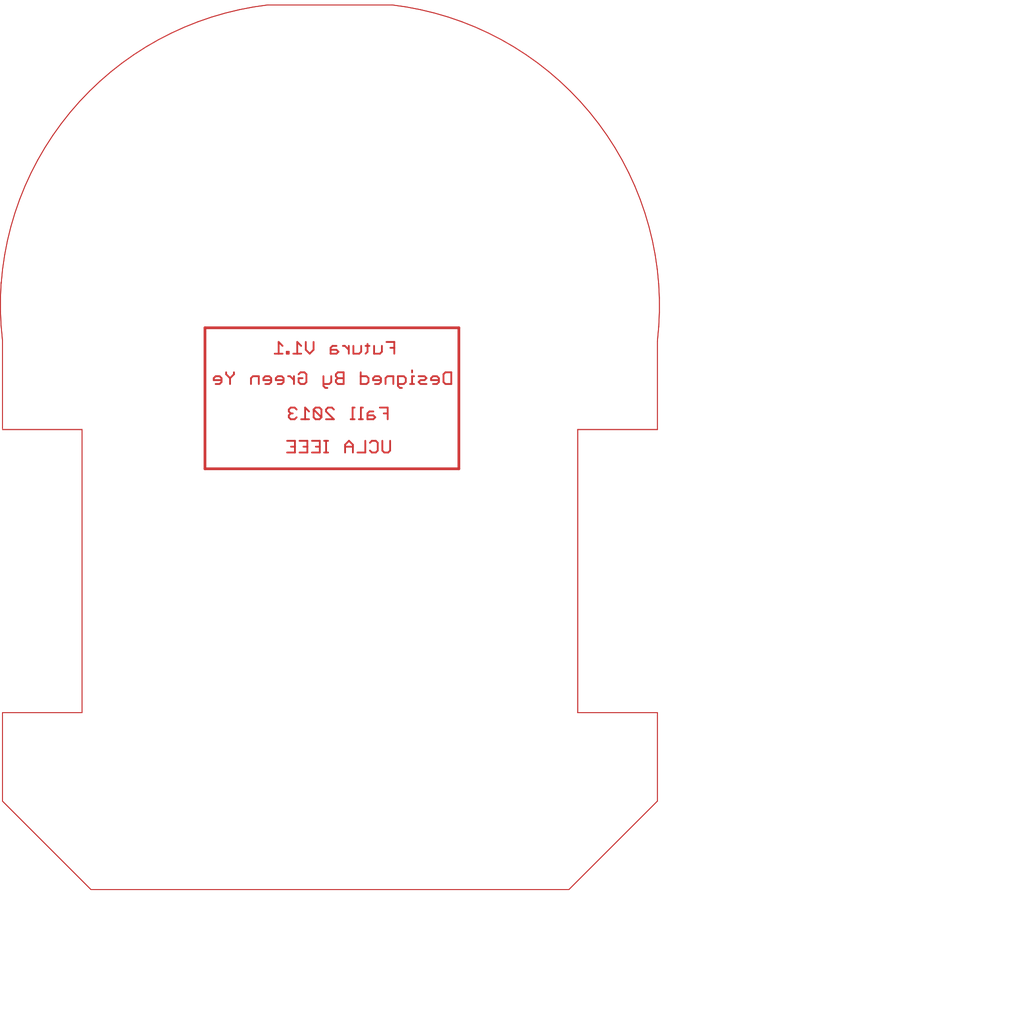
<source format=kicad_pcb>
(kicad_pcb (version 4) (host pcbnew 4.0.2-stable)

  (general
    (links 0)
    (no_connects 0)
    (area 161.995509 -195.555211 262.347052 -95.053808)
    (thickness 1.6)
    (drawings 2)
    (tracks 862)
    (zones 0)
    (modules 0)
    (nets 1)
  )

  (page A4)
  (layers
    (0 F.Cu signal)
    (31 B.Cu signal)
    (32 B.Adhes user)
    (33 F.Adhes user)
    (34 B.Paste user)
    (35 F.Paste user)
    (36 B.SilkS user)
    (37 F.SilkS user)
    (38 B.Mask user)
    (39 F.Mask user)
    (40 Dwgs.User user)
    (41 Cmts.User user)
    (42 Eco1.User user)
    (43 Eco2.User user)
    (44 Edge.Cuts user)
    (45 Margin user)
    (46 B.CrtYd user)
    (47 F.CrtYd user)
    (48 B.Fab user)
    (49 F.Fab user)
  )

  (setup
    (last_trace_width 0.25)
    (trace_clearance 0.2)
    (zone_clearance 0.508)
    (zone_45_only no)
    (trace_min 0.2)
    (segment_width 0.2)
    (edge_width 0.15)
    (via_size 0.6)
    (via_drill 0.4)
    (via_min_size 0.4)
    (via_min_drill 0.3)
    (uvia_size 0.3)
    (uvia_drill 0.1)
    (uvias_allowed no)
    (uvia_min_size 0.2)
    (uvia_min_drill 0.1)
    (pcb_text_width 0.3)
    (pcb_text_size 1.5 1.5)
    (mod_edge_width 0.15)
    (mod_text_size 1 1)
    (mod_text_width 0.15)
    (pad_size 1.524 1.524)
    (pad_drill 0.762)
    (pad_to_mask_clearance 0.2)
    (aux_axis_origin 0 0)
    (visible_elements FFFFFF7F)
    (pcbplotparams
      (layerselection 0x00030_80000001)
      (usegerberextensions false)
      (excludeedgelayer true)
      (linewidth 0.100000)
      (plotframeref false)
      (viasonmask false)
      (mode 1)
      (useauxorigin false)
      (hpglpennumber 1)
      (hpglpenspeed 20)
      (hpglpendiameter 15)
      (hpglpenoverlay 2)
      (psnegative false)
      (psa4output false)
      (plotreference true)
      (plotvalue true)
      (plotinvisibletext false)
      (padsonsilk false)
      (subtractmaskfromsilk false)
      (outputformat 1)
      (mirror false)
      (drillshape 1)
      (scaleselection 1)
      (outputdirectory ""))
  )

  (net 0 "")

  (net_class Default "Esta es la clase de red por defecto."
    (clearance 0.2)
    (trace_width 0.25)
    (via_dia 0.6)
    (via_drill 0.4)
    (uvia_dia 0.3)
    (uvia_drill 0.1)
  )

  (dimension 74.20027 (width 0.3) (layer Dwgs.User)
    (gr_text 74.200mm (at 224.9931 -80.959951 0.1544356894) (layer Dwgs.User)
      (effects (font (size 1.5 1.5) (thickness 0.3)))
    )
    (feature1 (pts (xy 262 -115.6) (xy 262.096739 -79.709956)))
    (feature2 (pts (xy 187.8 -115.4) (xy 187.896739 -79.509956)))
    (crossbar (pts (xy 187.889461 -82.209946) (xy 262.089461 -82.409946)))
    (arrow1a (pts (xy 262.089461 -82.409946) (xy 260.964542 -81.820491)))
    (arrow1b (pts (xy 262.089461 -82.409946) (xy 260.961381 -82.993328)))
    (arrow2a (pts (xy 187.889461 -82.209946) (xy 189.017541 -81.626564)))
    (arrow2b (pts (xy 187.889461 -82.209946) (xy 189.01438 -82.799401)))
  )
  (dimension 99.801804 (width 0.3) (layer Dwgs.User)
    (gr_text 99.802mm (at 297.030098 -145.814209 270.3444595) (layer Dwgs.User)
      (effects (font (size 1.5 1.5) (thickness 0.3)))
    )
    (feature1 (pts (xy 211.2 -195.2) (xy 298.080074 -195.722325)))
    (feature2 (pts (xy 211.8 -95.4) (xy 298.680074 -95.922325)))
    (crossbar (pts (xy 295.980123 -95.906093) (xy 295.380123 -195.706093)))
    (arrow1a (pts (xy 295.380123 -195.706093) (xy 295.973306 -194.583135)))
    (arrow1b (pts (xy 295.380123 -195.706093) (xy 294.800485 -194.576084)))
    (arrow2a (pts (xy 295.980123 -95.906093) (xy 296.559761 -97.036102)))
    (arrow2b (pts (xy 295.980123 -95.906093) (xy 295.38694 -97.029051)))
  )

  (segment (start 210.75396 -142.86738) (end 210.75396 -158.80588) (width 0.3048) (layer F.Cu) (net 0))
  (segment (start 210.75396 -158.80588) (end 239.44072 -158.80588) (width 0.3048) (layer F.Cu) (net 0))
  (segment (start 239.44072 -158.80588) (end 239.44072 -142.86738) (width 0.3048) (layer F.Cu) (net 0))
  (segment (start 239.44072 -142.86738) (end 210.75396 -142.86738) (width 0.3048) (layer F.Cu) (net 0))
  (segment (start 187.8711 -105.30332) (end 197.87108 -95.30334) (width 0.09906) (layer F.Cu) (net 0))
  (segment (start 197.87108 -95.30334) (end 251.87148 -95.30334) (width 0.09906) (layer F.Cu) (net 0))
  (segment (start 251.87148 -95.30334) (end 261.87146 -105.30332) (width 0.09906) (layer F.Cu) (net 0))
  (segment (start 261.87146 -105.30332) (end 261.87146 -115.3033) (width 0.09906) (layer F.Cu) (net 0))
  (segment (start 261.87146 -115.3033) (end 252.8697 -115.3033) (width 0.09906) (layer F.Cu) (net 0))
  (segment (start 252.8697 -115.3033) (end 252.8697 -147.30476) (width 0.09906) (layer F.Cu) (net 0))
  (segment (start 252.8697 -147.30476) (end 261.87146 -147.30476) (width 0.09906) (layer F.Cu) (net 0))
  (segment (start 261.87146 -147.30476) (end 261.87146 -157.30474) (width 0.09906) (layer F.Cu) (net 0))
  (segment (start 261.87146 -157.30474) (end 261.87146 -147.30476) (width 0.09906) (layer F.Cu) (net 0))
  (segment (start 261.87146 -147.30476) (end 252.8697 -147.30476) (width 0.09906) (layer F.Cu) (net 0))
  (segment (start 252.8697 -147.30476) (end 252.8697 -115.3033) (width 0.09906) (layer F.Cu) (net 0))
  (segment (start 252.8697 -115.3033) (end 261.87146 -115.3033) (width 0.09906) (layer F.Cu) (net 0))
  (segment (start 261.87146 -115.3033) (end 261.87146 -105.30332) (width 0.09906) (layer F.Cu) (net 0))
  (segment (start 261.87146 -105.30332) (end 251.87148 -95.30334) (width 0.09906) (layer F.Cu) (net 0))
  (segment (start 251.87148 -95.30334) (end 197.87108 -95.30334) (width 0.09906) (layer F.Cu) (net 0))
  (segment (start 197.87108 -95.30334) (end 187.8711 -105.30332) (width 0.09906) (layer F.Cu) (net 0))
  (segment (start 187.8711 -105.30332) (end 187.8711 -115.3033) (width 0.09906) (layer F.Cu) (net 0))
  (segment (start 187.8711 -115.3033) (end 196.87032 -115.3033) (width 0.09906) (layer F.Cu) (net 0))
  (segment (start 196.87032 -115.3033) (end 196.87032 -147.30476) (width 0.09906) (layer F.Cu) (net 0))
  (segment (start 196.87032 -147.30476) (end 187.8711 -147.30476) (width 0.09906) (layer F.Cu) (net 0))
  (segment (start 187.8711 -147.42476) (end 187.8711 -157.42474) (width 0.09906) (layer F.Cu) (net 0))
  (segment (start 187.8711 -157.42474) (end 187.8711 -147.42476) (width 0.09906) (layer F.Cu) (net 0))
  (segment (start 187.8711 -147.30476) (end 196.87032 -147.30476) (width 0.09906) (layer F.Cu) (net 0))
  (segment (start 196.87032 -147.30476) (end 196.87032 -115.3033) (width 0.09906) (layer F.Cu) (net 0))
  (segment (start 196.87032 -115.3033) (end 187.8711 -115.3033) (width 0.09906) (layer F.Cu) (net 0))
  (segment (start 187.8711 -115.3033) (end 187.8711 -105.30332) (width 0.09906) (layer F.Cu) (net 0))
  (segment (start 187.8711 -157.42474) (end 187.72124 -159.0478) (width 0.09906) (layer F.Cu) (net 0))
  (segment (start 187.72124 -159.0478) (end 187.64504 -160.67594) (width 0.09906) (layer F.Cu) (net 0))
  (segment (start 187.64504 -160.67594) (end 187.64758 -162.30408) (width 0.09906) (layer F.Cu) (net 0))
  (segment (start 187.64758 -162.30408) (end 187.72886 -163.93222) (width 0.09906) (layer F.Cu) (net 0))
  (segment (start 187.72886 -163.81222) (end 187.88634 -165.43274) (width 0.09906) (layer F.Cu) (net 0))
  (segment (start 187.88634 -165.43274) (end 188.12256 -167.04564) (width 0.09906) (layer F.Cu) (net 0))
  (segment (start 188.12256 -167.04564) (end 188.43244 -168.64584) (width 0.09906) (layer F.Cu) (net 0))
  (segment (start 188.43244 -168.64584) (end 188.82106 -170.22826) (width 0.09906) (layer F.Cu) (net 0))
  (segment (start 188.82106 -170.22826) (end 189.28334 -171.79036) (width 0.09906) (layer F.Cu) (net 0))
  (segment (start 189.28334 -171.79036) (end 189.81928 -173.3296) (width 0.09906) (layer F.Cu) (net 0))
  (segment (start 189.81928 -173.3296) (end 190.42634 -174.8409) (width 0.09906) (layer F.Cu) (net 0))
  (segment (start 190.42634 -174.8409) (end 191.10706 -176.32172) (width 0.09906) (layer F.Cu) (net 0))
  (segment (start 191.10706 -176.32172) (end 191.85636 -177.76952) (width 0.09906) (layer F.Cu) (net 0))
  (segment (start 191.85636 -177.76952) (end 192.67424 -179.17922) (width 0.09906) (layer F.Cu) (net 0))
  (segment (start 192.67424 -179.17922) (end 193.55816 -180.54828) (width 0.09906) (layer F.Cu) (net 0))
  (segment (start 193.55816 -180.54828) (end 194.50558 -181.87162) (width 0.09906) (layer F.Cu) (net 0))
  (segment (start 194.50558 -181.87162) (end 195.51396 -183.15178) (width 0.09906) (layer F.Cu) (net 0))
  (segment (start 195.51396 -183.15178) (end 196.5833 -184.38114) (width 0.09906) (layer F.Cu) (net 0))
  (segment (start 196.5833 -184.38114) (end 197.71106 -185.55716) (width 0.09906) (layer F.Cu) (net 0))
  (segment (start 197.71106 -185.55716) (end 198.89216 -186.67984) (width 0.09906) (layer F.Cu) (net 0))
  (segment (start 198.89216 -186.67984) (end 200.12406 -187.7441) (width 0.09906) (layer F.Cu) (net 0))
  (segment (start 200.12406 -187.7441) (end 201.40676 -188.74994) (width 0.09906) (layer F.Cu) (net 0))
  (segment (start 201.40676 -188.74994) (end 202.73772 -189.69228) (width 0.09906) (layer F.Cu) (net 0))
  (segment (start 202.73772 -189.69228) (end 204.10932 -190.57112) (width 0.09906) (layer F.Cu) (net 0))
  (segment (start 204.10932 -190.57112) (end 205.52156 -191.38392) (width 0.09906) (layer F.Cu) (net 0))
  (segment (start 205.52156 -191.38392) (end 206.9719 -192.1256) (width 0.09906) (layer F.Cu) (net 0))
  (segment (start 206.9719 -192.1256) (end 208.45526 -192.80124) (width 0.09906) (layer F.Cu) (net 0))
  (segment (start 208.45526 -192.80124) (end 209.9691 -193.40322) (width 0.09906) (layer F.Cu) (net 0))
  (segment (start 209.9691 -193.40322) (end 211.50834 -193.93408) (width 0.09906) (layer F.Cu) (net 0))
  (segment (start 211.50834 -193.93408) (end 213.07298 -194.38874) (width 0.09906) (layer F.Cu) (net 0))
  (segment (start 213.07298 -194.38874) (end 214.65794 -194.76974) (width 0.09906) (layer F.Cu) (net 0))
  (segment (start 214.65794 -194.76974) (end 216.25814 -195.07708) (width 0.09906) (layer F.Cu) (net 0))
  (segment (start 216.25814 -195.07708) (end 217.87104 -195.30568) (width 0.09906) (layer F.Cu) (net 0))
  (segment (start 217.87104 -195.30314) (end 231.87152 -195.30314) (width 0.09906) (layer F.Cu) (net 0))
  (segment (start 231.87152 -195.30314) (end 217.87104 -195.30314) (width 0.09906) (layer F.Cu) (net 0))
  (segment (start 217.87104 -195.30568) (end 216.25814 -195.07708) (width 0.09906) (layer F.Cu) (net 0))
  (segment (start 216.25814 -195.07708) (end 214.65794 -194.76974) (width 0.09906) (layer F.Cu) (net 0))
  (segment (start 214.65794 -194.76974) (end 213.07298 -194.38874) (width 0.09906) (layer F.Cu) (net 0))
  (segment (start 213.07298 -194.38874) (end 211.50834 -193.93408) (width 0.09906) (layer F.Cu) (net 0))
  (segment (start 211.50834 -193.93408) (end 209.9691 -193.40322) (width 0.09906) (layer F.Cu) (net 0))
  (segment (start 209.9691 -193.40322) (end 208.45526 -192.80124) (width 0.09906) (layer F.Cu) (net 0))
  (segment (start 208.45526 -192.80124) (end 206.9719 -192.1256) (width 0.09906) (layer F.Cu) (net 0))
  (segment (start 206.9719 -192.1256) (end 205.52156 -191.38392) (width 0.09906) (layer F.Cu) (net 0))
  (segment (start 205.52156 -191.38392) (end 204.10932 -190.57112) (width 0.09906) (layer F.Cu) (net 0))
  (segment (start 204.10932 -190.57112) (end 202.73772 -189.69228) (width 0.09906) (layer F.Cu) (net 0))
  (segment (start 202.73772 -189.69228) (end 201.40676 -188.74994) (width 0.09906) (layer F.Cu) (net 0))
  (segment (start 201.40676 -188.74994) (end 200.12406 -187.7441) (width 0.09906) (layer F.Cu) (net 0))
  (segment (start 200.12406 -187.7441) (end 198.89216 -186.67984) (width 0.09906) (layer F.Cu) (net 0))
  (segment (start 198.89216 -186.67984) (end 197.71106 -185.55716) (width 0.09906) (layer F.Cu) (net 0))
  (segment (start 197.71106 -185.55716) (end 196.5833 -184.38114) (width 0.09906) (layer F.Cu) (net 0))
  (segment (start 196.5833 -184.38114) (end 195.51396 -183.15178) (width 0.09906) (layer F.Cu) (net 0))
  (segment (start 195.51396 -183.15178) (end 194.50558 -181.87162) (width 0.09906) (layer F.Cu) (net 0))
  (segment (start 194.50558 -181.87162) (end 193.55816 -180.54828) (width 0.09906) (layer F.Cu) (net 0))
  (segment (start 193.55816 -180.54828) (end 192.67424 -179.17922) (width 0.09906) (layer F.Cu) (net 0))
  (segment (start 192.67424 -179.17922) (end 191.85636 -177.76952) (width 0.09906) (layer F.Cu) (net 0))
  (segment (start 191.85636 -177.76952) (end 191.10706 -176.32172) (width 0.09906) (layer F.Cu) (net 0))
  (segment (start 191.10706 -176.32172) (end 190.42634 -174.8409) (width 0.09906) (layer F.Cu) (net 0))
  (segment (start 190.42634 -174.8409) (end 189.81928 -173.3296) (width 0.09906) (layer F.Cu) (net 0))
  (segment (start 189.81928 -173.3296) (end 189.28334 -171.79036) (width 0.09906) (layer F.Cu) (net 0))
  (segment (start 189.28334 -171.79036) (end 188.82106 -170.22826) (width 0.09906) (layer F.Cu) (net 0))
  (segment (start 188.82106 -170.22826) (end 188.43244 -168.64584) (width 0.09906) (layer F.Cu) (net 0))
  (segment (start 188.43244 -168.64584) (end 188.12256 -167.04564) (width 0.09906) (layer F.Cu) (net 0))
  (segment (start 188.12256 -167.04564) (end 187.88634 -165.43274) (width 0.09906) (layer F.Cu) (net 0))
  (segment (start 187.88634 -165.43274) (end 187.72886 -163.81222) (width 0.09906) (layer F.Cu) (net 0))
  (segment (start 187.72886 -163.93222) (end 187.64758 -162.30408) (width 0.09906) (layer F.Cu) (net 0))
  (segment (start 187.64758 -162.30408) (end 187.64504 -160.67594) (width 0.09906) (layer F.Cu) (net 0))
  (segment (start 187.64504 -160.67594) (end 187.72124 -159.0478) (width 0.09906) (layer F.Cu) (net 0))
  (segment (start 187.72124 -159.0478) (end 187.8711 -157.42474) (width 0.09906) (layer F.Cu) (net 0))
  (segment (start 231.87152 -195.30568) (end 233.48442 -195.07708) (width 0.09906) (layer F.Cu) (net 0))
  (segment (start 233.48442 -195.07708) (end 235.08462 -194.76974) (width 0.09906) (layer F.Cu) (net 0))
  (segment (start 235.08462 -194.76974) (end 236.66958 -194.38874) (width 0.09906) (layer F.Cu) (net 0))
  (segment (start 236.66958 -194.38874) (end 238.23422 -193.93408) (width 0.09906) (layer F.Cu) (net 0))
  (segment (start 238.23422 -193.93408) (end 239.77346 -193.40322) (width 0.09906) (layer F.Cu) (net 0))
  (segment (start 239.77346 -193.40322) (end 241.2873 -192.80124) (width 0.09906) (layer F.Cu) (net 0))
  (segment (start 241.2873 -192.80124) (end 242.77066 -192.1256) (width 0.09906) (layer F.Cu) (net 0))
  (segment (start 242.77066 -192.1256) (end 244.221 -191.38392) (width 0.09906) (layer F.Cu) (net 0))
  (segment (start 244.221 -191.38392) (end 245.63324 -190.57112) (width 0.09906) (layer F.Cu) (net 0))
  (segment (start 245.63324 -190.57112) (end 247.00484 -189.69228) (width 0.09906) (layer F.Cu) (net 0))
  (segment (start 247.00484 -189.69228) (end 248.3358 -188.74994) (width 0.09906) (layer F.Cu) (net 0))
  (segment (start 248.3358 -188.74994) (end 249.6185 -187.7441) (width 0.09906) (layer F.Cu) (net 0))
  (segment (start 249.6185 -187.7441) (end 250.8504 -186.67984) (width 0.09906) (layer F.Cu) (net 0))
  (segment (start 250.8504 -186.67984) (end 252.0315 -185.55716) (width 0.09906) (layer F.Cu) (net 0))
  (segment (start 252.0315 -185.55716) (end 253.15926 -184.38114) (width 0.09906) (layer F.Cu) (net 0))
  (segment (start 253.15926 -184.38114) (end 254.2286 -183.15178) (width 0.09906) (layer F.Cu) (net 0))
  (segment (start 254.2286 -183.15178) (end 255.23698 -181.87162) (width 0.09906) (layer F.Cu) (net 0))
  (segment (start 255.23698 -181.87162) (end 256.1844 -180.54828) (width 0.09906) (layer F.Cu) (net 0))
  (segment (start 256.1844 -180.54828) (end 257.06832 -179.17922) (width 0.09906) (layer F.Cu) (net 0))
  (segment (start 257.06832 -179.17922) (end 257.8862 -177.76952) (width 0.09906) (layer F.Cu) (net 0))
  (segment (start 257.8862 -177.76952) (end 258.6355 -176.32172) (width 0.09906) (layer F.Cu) (net 0))
  (segment (start 258.6355 -176.32172) (end 259.31622 -174.8409) (width 0.09906) (layer F.Cu) (net 0))
  (segment (start 259.31622 -174.8409) (end 259.92328 -173.3296) (width 0.09906) (layer F.Cu) (net 0))
  (segment (start 259.92328 -173.3296) (end 260.45922 -171.79036) (width 0.09906) (layer F.Cu) (net 0))
  (segment (start 260.45922 -171.79036) (end 260.9215 -170.22826) (width 0.09906) (layer F.Cu) (net 0))
  (segment (start 260.9215 -170.22826) (end 261.31012 -168.64584) (width 0.09906) (layer F.Cu) (net 0))
  (segment (start 261.31012 -168.64584) (end 261.62 -167.04564) (width 0.09906) (layer F.Cu) (net 0))
  (segment (start 261.62 -167.04564) (end 261.85622 -165.43274) (width 0.09906) (layer F.Cu) (net 0))
  (segment (start 261.85622 -165.43274) (end 262.0137 -163.81222) (width 0.09906) (layer F.Cu) (net 0))
  (segment (start 262.0137 -163.81222) (end 262.09498 -162.18408) (width 0.09906) (layer F.Cu) (net 0))
  (segment (start 262.09498 -162.18408) (end 262.09752 -160.55594) (width 0.09906) (layer F.Cu) (net 0))
  (segment (start 262.09752 -160.55594) (end 262.02132 -158.9278) (width 0.09906) (layer F.Cu) (net 0))
  (segment (start 262.02132 -158.9278) (end 261.87146 -157.30474) (width 0.09906) (layer F.Cu) (net 0))
  (segment (start 261.87146 -157.30474) (end 262.02132 -158.9278) (width 0.09906) (layer F.Cu) (net 0))
  (segment (start 262.02132 -158.9278) (end 262.09752 -160.55594) (width 0.09906) (layer F.Cu) (net 0))
  (segment (start 262.09752 -160.55594) (end 262.09498 -162.18408) (width 0.09906) (layer F.Cu) (net 0))
  (segment (start 262.09498 -162.18408) (end 262.0137 -163.81222) (width 0.09906) (layer F.Cu) (net 0))
  (segment (start 262.0137 -163.81222) (end 261.85622 -165.43274) (width 0.09906) (layer F.Cu) (net 0))
  (segment (start 261.85622 -165.43274) (end 261.62 -167.04564) (width 0.09906) (layer F.Cu) (net 0))
  (segment (start 261.62 -167.04564) (end 261.31012 -168.64584) (width 0.09906) (layer F.Cu) (net 0))
  (segment (start 261.31012 -168.64584) (end 260.9215 -170.22826) (width 0.09906) (layer F.Cu) (net 0))
  (segment (start 260.9215 -170.22826) (end 260.45922 -171.79036) (width 0.09906) (layer F.Cu) (net 0))
  (segment (start 260.45922 -171.79036) (end 259.92328 -173.3296) (width 0.09906) (layer F.Cu) (net 0))
  (segment (start 259.92328 -173.3296) (end 259.31622 -174.8409) (width 0.09906) (layer F.Cu) (net 0))
  (segment (start 259.31622 -174.8409) (end 258.6355 -176.32172) (width 0.09906) (layer F.Cu) (net 0))
  (segment (start 258.6355 -176.32172) (end 257.8862 -177.76952) (width 0.09906) (layer F.Cu) (net 0))
  (segment (start 257.8862 -177.76952) (end 257.06832 -179.17922) (width 0.09906) (layer F.Cu) (net 0))
  (segment (start 257.06832 -179.17922) (end 256.1844 -180.54828) (width 0.09906) (layer F.Cu) (net 0))
  (segment (start 256.1844 -180.54828) (end 255.23698 -181.87162) (width 0.09906) (layer F.Cu) (net 0))
  (segment (start 255.23698 -181.87162) (end 254.2286 -183.15178) (width 0.09906) (layer F.Cu) (net 0))
  (segment (start 254.2286 -183.15178) (end 253.15926 -184.38114) (width 0.09906) (layer F.Cu) (net 0))
  (segment (start 253.15926 -184.38114) (end 252.0315 -185.55716) (width 0.09906) (layer F.Cu) (net 0))
  (segment (start 252.0315 -185.55716) (end 250.8504 -186.67984) (width 0.09906) (layer F.Cu) (net 0))
  (segment (start 250.8504 -186.67984) (end 249.6185 -187.7441) (width 0.09906) (layer F.Cu) (net 0))
  (segment (start 249.6185 -187.7441) (end 248.3358 -188.74994) (width 0.09906) (layer F.Cu) (net 0))
  (segment (start 248.3358 -188.74994) (end 247.00484 -189.69228) (width 0.09906) (layer F.Cu) (net 0))
  (segment (start 247.00484 -189.69228) (end 245.63324 -190.57112) (width 0.09906) (layer F.Cu) (net 0))
  (segment (start 245.63324 -190.57112) (end 244.221 -191.38392) (width 0.09906) (layer F.Cu) (net 0))
  (segment (start 244.221 -191.38392) (end 242.77066 -192.1256) (width 0.09906) (layer F.Cu) (net 0))
  (segment (start 242.77066 -192.1256) (end 241.2873 -192.80124) (width 0.09906) (layer F.Cu) (net 0))
  (segment (start 241.2873 -192.80124) (end 239.77346 -193.40322) (width 0.09906) (layer F.Cu) (net 0))
  (segment (start 239.77346 -193.40322) (end 238.23422 -193.93408) (width 0.09906) (layer F.Cu) (net 0))
  (segment (start 238.23422 -193.93408) (end 236.66958 -194.38874) (width 0.09906) (layer F.Cu) (net 0))
  (segment (start 236.66958 -194.38874) (end 235.08462 -194.76974) (width 0.09906) (layer F.Cu) (net 0))
  (segment (start 235.08462 -194.76974) (end 233.48442 -195.07708) (width 0.09906) (layer F.Cu) (net 0))
  (segment (start 233.48442 -195.07708) (end 231.87152 -195.30568) (width 0.09906) (layer F.Cu) (net 0))
  (segment (start 232.14584 -157.20314) (end 231.26446 -157.20314) (width 0.2032) (layer F.Cu) (net 0))
  (segment (start 230.74376 -156.76118) (end 230.74376 -156.10078) (width 0.2032) (layer F.Cu) (net 0))
  (segment (start 230.74376 -156.10078) (end 230.52278 -155.8798) (width 0.2032) (layer F.Cu) (net 0))
  (segment (start 230.52278 -155.8798) (end 229.86238 -155.8798) (width 0.2032) (layer F.Cu) (net 0))
  (segment (start 229.86238 -155.8798) (end 229.86238 -156.76118) (width 0.2032) (layer F.Cu) (net 0))
  (segment (start 229.33914 -156.76118) (end 228.89972 -156.76118) (width 0.2032) (layer F.Cu) (net 0))
  (segment (start 229.1207 -156.98216) (end 229.1207 -156.10078) (width 0.2032) (layer F.Cu) (net 0))
  (segment (start 229.1207 -156.10078) (end 228.89972 -155.8798) (width 0.2032) (layer F.Cu) (net 0))
  (segment (start 228.40442 -156.10078) (end 228.18344 -155.8798) (width 0.2032) (layer F.Cu) (net 0))
  (segment (start 228.18344 -155.8798) (end 227.52304 -155.8798) (width 0.2032) (layer F.Cu) (net 0))
  (segment (start 227.52304 -155.8798) (end 227.52304 -156.76118) (width 0.2032) (layer F.Cu) (net 0))
  (segment (start 227.00234 -156.76118) (end 227.00234 -155.8798) (width 0.2032) (layer F.Cu) (net 0))
  (segment (start 227.00234 -156.32176) (end 226.56038 -156.76118) (width 0.2032) (layer F.Cu) (net 0))
  (segment (start 226.56038 -156.76118) (end 226.3394 -156.76118) (width 0.2032) (layer F.Cu) (net 0))
  (segment (start 225.61042 -156.76118) (end 225.171 -156.76118) (width 0.2032) (layer F.Cu) (net 0))
  (segment (start 225.171 -156.76118) (end 224.95002 -156.54274) (width 0.2032) (layer F.Cu) (net 0))
  (segment (start 224.95002 -156.54274) (end 224.95002 -155.8798) (width 0.2032) (layer F.Cu) (net 0))
  (segment (start 224.95002 -155.8798) (end 225.61042 -155.8798) (width 0.2032) (layer F.Cu) (net 0))
  (segment (start 225.61042 -155.8798) (end 225.8314 -156.10078) (width 0.2032) (layer F.Cu) (net 0))
  (segment (start 225.8314 -156.10078) (end 225.61042 -156.32176) (width 0.2032) (layer F.Cu) (net 0))
  (segment (start 225.61042 -156.32176) (end 224.95002 -156.32176) (width 0.2032) (layer F.Cu) (net 0))
  (segment (start 223.0247 -156.32176) (end 222.58528 -155.8798) (width 0.2032) (layer F.Cu) (net 0))
  (segment (start 222.58528 -155.8798) (end 222.14332 -156.32176) (width 0.2032) (layer F.Cu) (net 0))
  (segment (start 222.14332 -156.32176) (end 222.14332 -157.20314) (width 0.2032) (layer F.Cu) (net 0))
  (segment (start 221.62262 -156.76118) (end 221.18066 -157.20314) (width 0.2032) (layer F.Cu) (net 0))
  (segment (start 221.18066 -157.20314) (end 221.18066 -155.8798) (width 0.2032) (layer F.Cu) (net 0))
  (segment (start 220.74124 -155.8798) (end 221.62262 -155.8798) (width 0.2032) (layer F.Cu) (net 0))
  (segment (start 220.218 -155.8798) (end 219.99702 -155.8798) (width 0.2032) (layer F.Cu) (net 0))
  (segment (start 219.99702 -155.8798) (end 219.99702 -156.10078) (width 0.2032) (layer F.Cu) (net 0))
  (segment (start 219.99702 -156.10078) (end 220.218 -156.10078) (width 0.2032) (layer F.Cu) (net 0))
  (segment (start 220.218 -156.10078) (end 220.218 -155.8798) (width 0.2032) (layer F.Cu) (net 0))
  (segment (start 219.51696 -155.8798) (end 218.63558 -155.8798) (width 0.2032) (layer F.Cu) (net 0))
  (segment (start 219.07754 -155.8798) (end 219.07754 -157.20314) (width 0.2032) (layer F.Cu) (net 0))
  (segment (start 219.07754 -157.20314) (end 219.51696 -156.76118) (width 0.2032) (layer F.Cu) (net 0))
  (segment (start 219.42044 -153.33218) (end 218.98102 -153.33218) (width 0.2032) (layer F.Cu) (net 0))
  (segment (start 218.98102 -153.33218) (end 218.76004 -153.1112) (width 0.2032) (layer F.Cu) (net 0))
  (segment (start 218.76004 -153.1112) (end 218.76004 -152.89022) (width 0.2032) (layer F.Cu) (net 0))
  (segment (start 218.76004 -152.89022) (end 219.64142 -152.89022) (width 0.2032) (layer F.Cu) (net 0))
  (segment (start 219.64142 -152.67178) (end 219.64142 -153.1112) (width 0.2032) (layer F.Cu) (net 0))
  (segment (start 219.64142 -153.1112) (end 219.42044 -153.33218) (width 0.2032) (layer F.Cu) (net 0))
  (segment (start 219.64142 -152.67178) (end 219.42044 -152.4508) (width 0.2032) (layer F.Cu) (net 0))
  (segment (start 219.42044 -152.4508) (end 218.98102 -152.4508) (width 0.2032) (layer F.Cu) (net 0))
  (segment (start 218.2368 -152.67178) (end 218.2368 -153.1112) (width 0.2032) (layer F.Cu) (net 0))
  (segment (start 218.2368 -153.1112) (end 218.01836 -153.33218) (width 0.2032) (layer F.Cu) (net 0))
  (segment (start 218.01836 -153.33218) (end 217.5764 -153.33218) (width 0.2032) (layer F.Cu) (net 0))
  (segment (start 217.5764 -153.33218) (end 217.35542 -153.1112) (width 0.2032) (layer F.Cu) (net 0))
  (segment (start 217.35542 -153.1112) (end 217.35542 -152.89022) (width 0.2032) (layer F.Cu) (net 0))
  (segment (start 217.35542 -152.89022) (end 218.2368 -152.89022) (width 0.2032) (layer F.Cu) (net 0))
  (segment (start 218.2368 -152.67178) (end 218.01836 -152.4508) (width 0.2032) (layer F.Cu) (net 0))
  (segment (start 218.01836 -152.4508) (end 217.5764 -152.4508) (width 0.2032) (layer F.Cu) (net 0))
  (segment (start 216.83472 -152.4508) (end 216.83472 -153.33218) (width 0.2032) (layer F.Cu) (net 0))
  (segment (start 216.83472 -153.33218) (end 216.17432 -153.33218) (width 0.2032) (layer F.Cu) (net 0))
  (segment (start 216.17432 -153.33218) (end 215.95334 -153.1112) (width 0.2032) (layer F.Cu) (net 0))
  (segment (start 215.95334 -153.1112) (end 215.95334 -152.4508) (width 0.2032) (layer F.Cu) (net 0))
  (segment (start 214.02802 -153.55062) (end 213.5886 -153.1112) (width 0.2032) (layer F.Cu) (net 0))
  (segment (start 213.5886 -153.1112) (end 213.5886 -152.4508) (width 0.2032) (layer F.Cu) (net 0))
  (segment (start 213.5886 -153.1112) (end 213.14664 -153.55062) (width 0.2032) (layer F.Cu) (net 0))
  (segment (start 213.14664 -153.55062) (end 213.14664 -153.7716) (width 0.2032) (layer F.Cu) (net 0))
  (segment (start 212.62594 -153.1112) (end 212.40496 -153.33218) (width 0.2032) (layer F.Cu) (net 0))
  (segment (start 212.40496 -153.33218) (end 211.963 -153.33218) (width 0.2032) (layer F.Cu) (net 0))
  (segment (start 211.963 -153.33218) (end 211.74456 -153.1112) (width 0.2032) (layer F.Cu) (net 0))
  (segment (start 211.74456 -153.1112) (end 211.74456 -152.89022) (width 0.2032) (layer F.Cu) (net 0))
  (segment (start 211.74456 -152.89022) (end 212.62594 -152.89022) (width 0.2032) (layer F.Cu) (net 0))
  (segment (start 212.62594 -152.67178) (end 212.62594 -153.1112) (width 0.2032) (layer F.Cu) (net 0))
  (segment (start 212.62594 -152.67178) (end 212.40496 -152.4508) (width 0.2032) (layer F.Cu) (net 0))
  (segment (start 212.40496 -152.4508) (end 211.963 -152.4508) (width 0.2032) (layer F.Cu) (net 0))
  (segment (start 214.02802 -153.55062) (end 214.02802 -153.7716) (width 0.2032) (layer F.Cu) (net 0))
  (segment (start 220.14942 -153.33218) (end 220.3704 -153.33218) (width 0.2032) (layer F.Cu) (net 0))
  (segment (start 220.3704 -153.33218) (end 220.80982 -152.89022) (width 0.2032) (layer F.Cu) (net 0))
  (segment (start 220.80982 -152.4508) (end 220.80982 -153.33218) (width 0.2032) (layer F.Cu) (net 0))
  (segment (start 221.33306 -153.55062) (end 221.55404 -153.7716) (width 0.2032) (layer F.Cu) (net 0))
  (segment (start 221.55404 -153.7716) (end 221.99346 -153.7716) (width 0.2032) (layer F.Cu) (net 0))
  (segment (start 221.99346 -153.7716) (end 222.21444 -153.55062) (width 0.2032) (layer F.Cu) (net 0))
  (segment (start 222.21444 -153.55062) (end 222.21444 -152.67178) (width 0.2032) (layer F.Cu) (net 0))
  (segment (start 222.21444 -152.67178) (end 221.99346 -152.4508) (width 0.2032) (layer F.Cu) (net 0))
  (segment (start 221.99346 -152.4508) (end 221.55404 -152.4508) (width 0.2032) (layer F.Cu) (net 0))
  (segment (start 221.55404 -152.4508) (end 221.33306 -152.67178) (width 0.2032) (layer F.Cu) (net 0))
  (segment (start 221.33306 -152.67178) (end 221.33306 -153.1112) (width 0.2032) (layer F.Cu) (net 0))
  (segment (start 221.33306 -153.1112) (end 221.77248 -153.1112) (width 0.2032) (layer F.Cu) (net 0))
  (segment (start 224.13976 -153.33218) (end 224.13976 -152.22982) (width 0.2032) (layer F.Cu) (net 0))
  (segment (start 224.13976 -152.22982) (end 224.3582 -152.00884) (width 0.2032) (layer F.Cu) (net 0))
  (segment (start 224.3582 -152.00884) (end 224.57918 -152.00884) (width 0.2032) (layer F.Cu) (net 0))
  (segment (start 224.80016 -152.4508) (end 224.13976 -152.4508) (width 0.2032) (layer F.Cu) (net 0))
  (segment (start 224.80016 -152.4508) (end 225.02114 -152.67178) (width 0.2032) (layer F.Cu) (net 0))
  (segment (start 225.02114 -152.67178) (end 225.02114 -153.33218) (width 0.2032) (layer F.Cu) (net 0))
  (segment (start 225.54184 -153.33218) (end 225.76282 -153.1112) (width 0.2032) (layer F.Cu) (net 0))
  (segment (start 225.76282 -153.1112) (end 226.42322 -153.1112) (width 0.2032) (layer F.Cu) (net 0))
  (segment (start 225.76282 -153.1112) (end 225.54184 -152.89022) (width 0.2032) (layer F.Cu) (net 0))
  (segment (start 225.54184 -152.89022) (end 225.54184 -152.67178) (width 0.2032) (layer F.Cu) (net 0))
  (segment (start 225.54184 -152.67178) (end 225.76282 -152.4508) (width 0.2032) (layer F.Cu) (net 0))
  (segment (start 225.76282 -152.4508) (end 226.42322 -152.4508) (width 0.2032) (layer F.Cu) (net 0))
  (segment (start 226.42322 -152.4508) (end 226.42322 -153.7716) (width 0.2032) (layer F.Cu) (net 0))
  (segment (start 226.42322 -153.7716) (end 225.76282 -153.7716) (width 0.2032) (layer F.Cu) (net 0))
  (segment (start 225.76282 -153.7716) (end 225.54184 -153.55062) (width 0.2032) (layer F.Cu) (net 0))
  (segment (start 225.54184 -153.55062) (end 225.54184 -153.33218) (width 0.2032) (layer F.Cu) (net 0))
  (segment (start 228.34854 -153.33218) (end 229.00894 -153.33218) (width 0.2032) (layer F.Cu) (net 0))
  (segment (start 229.00894 -153.33218) (end 229.22992 -153.1112) (width 0.2032) (layer F.Cu) (net 0))
  (segment (start 229.22992 -153.1112) (end 229.22992 -152.67178) (width 0.2032) (layer F.Cu) (net 0))
  (segment (start 229.22992 -152.67178) (end 229.00894 -152.4508) (width 0.2032) (layer F.Cu) (net 0))
  (segment (start 229.00894 -152.4508) (end 228.34854 -152.4508) (width 0.2032) (layer F.Cu) (net 0))
  (segment (start 228.34854 -152.4508) (end 228.34854 -153.7716) (width 0.2032) (layer F.Cu) (net 0))
  (segment (start 229.75316 -153.1112) (end 229.75316 -152.89022) (width 0.2032) (layer F.Cu) (net 0))
  (segment (start 229.75316 -152.89022) (end 230.63454 -152.89022) (width 0.2032) (layer F.Cu) (net 0))
  (segment (start 230.63454 -152.67178) (end 230.63454 -153.1112) (width 0.2032) (layer F.Cu) (net 0))
  (segment (start 230.63454 -153.1112) (end 230.41356 -153.33218) (width 0.2032) (layer F.Cu) (net 0))
  (segment (start 230.41356 -153.33218) (end 229.9716 -153.33218) (width 0.2032) (layer F.Cu) (net 0))
  (segment (start 229.9716 -153.33218) (end 229.75316 -153.1112) (width 0.2032) (layer F.Cu) (net 0))
  (segment (start 229.9716 -152.4508) (end 230.41356 -152.4508) (width 0.2032) (layer F.Cu) (net 0))
  (segment (start 230.41356 -152.4508) (end 230.63454 -152.67178) (width 0.2032) (layer F.Cu) (net 0))
  (segment (start 231.15524 -152.4508) (end 231.15524 -153.1112) (width 0.2032) (layer F.Cu) (net 0))
  (segment (start 231.15524 -153.1112) (end 231.37622 -153.33218) (width 0.2032) (layer F.Cu) (net 0))
  (segment (start 231.37622 -153.33218) (end 232.03662 -153.33218) (width 0.2032) (layer F.Cu) (net 0))
  (segment (start 232.03662 -153.33218) (end 232.03662 -152.4508) (width 0.2032) (layer F.Cu) (net 0))
  (segment (start 232.55986 -152.4508) (end 233.22026 -152.4508) (width 0.2032) (layer F.Cu) (net 0))
  (segment (start 233.22026 -152.4508) (end 233.44124 -152.67178) (width 0.2032) (layer F.Cu) (net 0))
  (segment (start 233.44124 -152.67178) (end 233.44124 -153.1112) (width 0.2032) (layer F.Cu) (net 0))
  (segment (start 233.44124 -153.1112) (end 233.22026 -153.33218) (width 0.2032) (layer F.Cu) (net 0))
  (segment (start 233.22026 -153.33218) (end 232.55986 -153.33218) (width 0.2032) (layer F.Cu) (net 0))
  (segment (start 232.55986 -153.33218) (end 232.55986 -152.22982) (width 0.2032) (layer F.Cu) (net 0))
  (segment (start 232.55986 -152.22982) (end 232.7783 -152.00884) (width 0.2032) (layer F.Cu) (net 0))
  (segment (start 232.7783 -152.00884) (end 232.99928 -152.00884) (width 0.2032) (layer F.Cu) (net 0))
  (segment (start 233.934 -152.4508) (end 234.37596 -152.4508) (width 0.2032) (layer F.Cu) (net 0))
  (segment (start 234.15498 -152.4508) (end 234.15498 -153.33218) (width 0.2032) (layer F.Cu) (net 0))
  (segment (start 234.15498 -153.33218) (end 234.37596 -153.33218) (width 0.2032) (layer F.Cu) (net 0))
  (segment (start 234.15498 -153.7716) (end 234.15498 -153.99258) (width 0.2032) (layer F.Cu) (net 0))
  (segment (start 234.89666 -153.33218) (end 235.5596 -153.33218) (width 0.2032) (layer F.Cu) (net 0))
  (segment (start 235.5596 -153.33218) (end 235.77804 -153.1112) (width 0.2032) (layer F.Cu) (net 0))
  (segment (start 235.77804 -153.1112) (end 235.5596 -152.89022) (width 0.2032) (layer F.Cu) (net 0))
  (segment (start 235.5596 -152.89022) (end 235.11764 -152.89022) (width 0.2032) (layer F.Cu) (net 0))
  (segment (start 235.11764 -152.89022) (end 234.89666 -152.67178) (width 0.2032) (layer F.Cu) (net 0))
  (segment (start 234.89666 -152.67178) (end 235.11764 -152.4508) (width 0.2032) (layer F.Cu) (net 0))
  (segment (start 235.11764 -152.4508) (end 235.77804 -152.4508) (width 0.2032) (layer F.Cu) (net 0))
  (segment (start 236.30128 -152.89022) (end 237.18266 -152.89022) (width 0.2032) (layer F.Cu) (net 0))
  (segment (start 237.18266 -152.67178) (end 237.18266 -153.1112) (width 0.2032) (layer F.Cu) (net 0))
  (segment (start 237.18266 -153.1112) (end 236.96168 -153.33218) (width 0.2032) (layer F.Cu) (net 0))
  (segment (start 236.96168 -153.33218) (end 236.52226 -153.33218) (width 0.2032) (layer F.Cu) (net 0))
  (segment (start 236.52226 -153.33218) (end 236.30128 -153.1112) (width 0.2032) (layer F.Cu) (net 0))
  (segment (start 236.30128 -153.1112) (end 236.30128 -152.89022) (width 0.2032) (layer F.Cu) (net 0))
  (segment (start 236.52226 -152.4508) (end 236.96168 -152.4508) (width 0.2032) (layer F.Cu) (net 0))
  (segment (start 236.96168 -152.4508) (end 237.18266 -152.67178) (width 0.2032) (layer F.Cu) (net 0))
  (segment (start 237.70336 -152.67178) (end 237.70336 -153.55062) (width 0.2032) (layer F.Cu) (net 0))
  (segment (start 237.70336 -153.55062) (end 237.92434 -153.7716) (width 0.2032) (layer F.Cu) (net 0))
  (segment (start 237.92434 -153.7716) (end 238.58474 -153.7716) (width 0.2032) (layer F.Cu) (net 0))
  (segment (start 238.58474 -153.7716) (end 238.58474 -152.4508) (width 0.2032) (layer F.Cu) (net 0))
  (segment (start 238.58474 -152.4508) (end 237.92434 -152.4508) (width 0.2032) (layer F.Cu) (net 0))
  (segment (start 237.92434 -152.4508) (end 237.70336 -152.67178) (width 0.2032) (layer F.Cu) (net 0))
  (segment (start 232.14584 -155.8798) (end 232.14584 -157.20314) (width 0.2032) (layer F.Cu) (net 0))
  (segment (start 232.14584 -156.54274) (end 231.70642 -156.54274) (width 0.2032) (layer F.Cu) (net 0))
  (segment (start 228.40442 -156.76118) (end 228.40442 -156.10078) (width 0.2032) (layer F.Cu) (net 0))
  (segment (start 223.0247 -156.32176) (end 223.0247 -157.20314) (width 0.2032) (layer F.Cu) (net 0))
  (segment (start 223.2533 -149.78888) (end 223.03232 -149.5679) (width 0.2032) (layer F.Cu) (net 0))
  (segment (start 223.03232 -149.5679) (end 223.9137 -148.68652) (width 0.2032) (layer F.Cu) (net 0))
  (segment (start 223.9137 -148.68652) (end 223.69272 -148.46554) (width 0.2032) (layer F.Cu) (net 0))
  (segment (start 223.69272 -148.46554) (end 223.2533 -148.46554) (width 0.2032) (layer F.Cu) (net 0))
  (segment (start 223.2533 -148.46554) (end 223.03232 -148.68652) (width 0.2032) (layer F.Cu) (net 0))
  (segment (start 223.03232 -148.68652) (end 223.03232 -149.5679) (width 0.2032) (layer F.Cu) (net 0))
  (segment (start 223.2533 -149.78888) (end 223.69272 -149.78888) (width 0.2032) (layer F.Cu) (net 0))
  (segment (start 223.69272 -149.78888) (end 223.9137 -149.5679) (width 0.2032) (layer F.Cu) (net 0))
  (segment (start 223.9137 -149.5679) (end 223.9137 -148.68652) (width 0.2032) (layer F.Cu) (net 0))
  (segment (start 224.4344 -148.46554) (end 225.31578 -148.46554) (width 0.2032) (layer F.Cu) (net 0))
  (segment (start 225.31578 -148.46554) (end 224.4344 -149.34692) (width 0.2032) (layer F.Cu) (net 0))
  (segment (start 224.4344 -149.34692) (end 224.4344 -149.5679) (width 0.2032) (layer F.Cu) (net 0))
  (segment (start 224.4344 -149.5679) (end 224.65538 -149.78888) (width 0.2032) (layer F.Cu) (net 0))
  (segment (start 224.65538 -149.78888) (end 225.0948 -149.78888) (width 0.2032) (layer F.Cu) (net 0))
  (segment (start 225.0948 -149.78888) (end 225.31578 -149.5679) (width 0.2032) (layer F.Cu) (net 0))
  (segment (start 227.43414 -149.78888) (end 227.43414 -148.46554) (width 0.2032) (layer F.Cu) (net 0))
  (segment (start 227.2157 -148.46554) (end 227.65512 -148.46554) (width 0.2032) (layer F.Cu) (net 0))
  (segment (start 228.15042 -148.46554) (end 228.58984 -148.46554) (width 0.2032) (layer F.Cu) (net 0))
  (segment (start 228.3714 -148.46554) (end 228.3714 -149.78888) (width 0.2032) (layer F.Cu) (net 0))
  (segment (start 228.3714 -149.78888) (end 228.58984 -149.78888) (width 0.2032) (layer F.Cu) (net 0))
  (segment (start 229.11308 -149.12594) (end 229.11308 -148.46554) (width 0.2032) (layer F.Cu) (net 0))
  (segment (start 229.11308 -148.46554) (end 229.77348 -148.46554) (width 0.2032) (layer F.Cu) (net 0))
  (segment (start 229.77348 -148.46554) (end 229.99446 -148.68652) (width 0.2032) (layer F.Cu) (net 0))
  (segment (start 229.99446 -148.68652) (end 229.77348 -148.9075) (width 0.2032) (layer F.Cu) (net 0))
  (segment (start 229.77348 -148.9075) (end 229.11308 -148.9075) (width 0.2032) (layer F.Cu) (net 0))
  (segment (start 229.11308 -149.12594) (end 229.33406 -149.34692) (width 0.2032) (layer F.Cu) (net 0))
  (segment (start 229.33406 -149.34692) (end 229.77348 -149.34692) (width 0.2032) (layer F.Cu) (net 0))
  (segment (start 230.51516 -149.78888) (end 231.39654 -149.78888) (width 0.2032) (layer F.Cu) (net 0))
  (segment (start 231.39654 -149.78888) (end 231.39654 -148.46554) (width 0.2032) (layer F.Cu) (net 0))
  (segment (start 231.39654 -149.12594) (end 230.95712 -149.12594) (width 0.2032) (layer F.Cu) (net 0))
  (segment (start 230.79456 -146.02968) (end 230.79456 -144.92732) (width 0.2032) (layer F.Cu) (net 0))
  (segment (start 230.79456 -144.92732) (end 231.01554 -144.70634) (width 0.2032) (layer F.Cu) (net 0))
  (segment (start 231.01554 -144.70634) (end 231.4575 -144.70634) (width 0.2032) (layer F.Cu) (net 0))
  (segment (start 231.4575 -144.70634) (end 231.67594 -144.92732) (width 0.2032) (layer F.Cu) (net 0))
  (segment (start 231.67594 -144.92732) (end 231.67594 -146.02968) (width 0.2032) (layer F.Cu) (net 0))
  (segment (start 230.27386 -145.8087) (end 230.27386 -144.92732) (width 0.2032) (layer F.Cu) (net 0))
  (segment (start 230.27386 -144.92732) (end 230.05288 -144.70634) (width 0.2032) (layer F.Cu) (net 0))
  (segment (start 230.05288 -144.70634) (end 229.61346 -144.70634) (width 0.2032) (layer F.Cu) (net 0))
  (segment (start 229.61346 -144.70634) (end 229.39248 -144.92732) (width 0.2032) (layer F.Cu) (net 0))
  (segment (start 228.86924 -144.70634) (end 228.86924 -146.02968) (width 0.2032) (layer F.Cu) (net 0))
  (segment (start 229.39248 -145.8087) (end 229.61346 -146.02968) (width 0.2032) (layer F.Cu) (net 0))
  (segment (start 229.61346 -146.02968) (end 230.05288 -146.02968) (width 0.2032) (layer F.Cu) (net 0))
  (segment (start 230.05288 -146.02968) (end 230.27386 -145.8087) (width 0.2032) (layer F.Cu) (net 0))
  (segment (start 228.86924 -144.70634) (end 227.98786 -144.70634) (width 0.2032) (layer F.Cu) (net 0))
  (segment (start 227.46716 -144.70634) (end 227.46716 -145.58772) (width 0.2032) (layer F.Cu) (net 0))
  (segment (start 227.46716 -145.58772) (end 227.0252 -146.02968) (width 0.2032) (layer F.Cu) (net 0))
  (segment (start 227.0252 -146.02968) (end 226.58578 -145.58772) (width 0.2032) (layer F.Cu) (net 0))
  (segment (start 226.58578 -145.58772) (end 226.58578 -144.70634) (width 0.2032) (layer F.Cu) (net 0))
  (segment (start 226.58578 -145.36674) (end 227.46716 -145.36674) (width 0.2032) (layer F.Cu) (net 0))
  (segment (start 224.66046 -144.70634) (end 224.2185 -144.70634) (width 0.2032) (layer F.Cu) (net 0))
  (segment (start 224.43948 -144.70634) (end 224.43948 -146.02968) (width 0.2032) (layer F.Cu) (net 0))
  (segment (start 224.66046 -146.02968) (end 224.2185 -146.02968) (width 0.2032) (layer F.Cu) (net 0))
  (segment (start 223.72574 -146.02968) (end 223.72574 -144.70634) (width 0.2032) (layer F.Cu) (net 0))
  (segment (start 223.72574 -144.70634) (end 222.84436 -144.70634) (width 0.2032) (layer F.Cu) (net 0))
  (segment (start 222.32112 -144.70634) (end 221.43974 -144.70634) (width 0.2032) (layer F.Cu) (net 0))
  (segment (start 220.91904 -144.70634) (end 220.03766 -144.70634) (width 0.2032) (layer F.Cu) (net 0))
  (segment (start 220.47708 -145.36674) (end 220.91904 -145.36674) (width 0.2032) (layer F.Cu) (net 0))
  (segment (start 220.91904 -144.70634) (end 220.91904 -146.02968) (width 0.2032) (layer F.Cu) (net 0))
  (segment (start 220.91904 -146.02968) (end 220.03766 -146.02968) (width 0.2032) (layer F.Cu) (net 0))
  (segment (start 221.43974 -146.02968) (end 222.32112 -146.02968) (width 0.2032) (layer F.Cu) (net 0))
  (segment (start 222.32112 -146.02968) (end 222.32112 -144.70634) (width 0.2032) (layer F.Cu) (net 0))
  (segment (start 222.32112 -145.36674) (end 221.8817 -145.36674) (width 0.2032) (layer F.Cu) (net 0))
  (segment (start 222.84436 -146.02968) (end 223.72574 -146.02968) (width 0.2032) (layer F.Cu) (net 0))
  (segment (start 223.72574 -145.36674) (end 223.28378 -145.36674) (width 0.2032) (layer F.Cu) (net 0))
  (segment (start 222.50908 -148.46554) (end 221.6277 -148.46554) (width 0.2032) (layer F.Cu) (net 0))
  (segment (start 222.06966 -148.46554) (end 222.06966 -149.78888) (width 0.2032) (layer F.Cu) (net 0))
  (segment (start 222.06966 -149.78888) (end 222.50908 -149.34692) (width 0.2032) (layer F.Cu) (net 0))
  (segment (start 221.107 -149.5679) (end 220.88602 -149.78888) (width 0.2032) (layer F.Cu) (net 0))
  (segment (start 220.88602 -149.78888) (end 220.4466 -149.78888) (width 0.2032) (layer F.Cu) (net 0))
  (segment (start 220.4466 -149.78888) (end 220.22562 -149.5679) (width 0.2032) (layer F.Cu) (net 0))
  (segment (start 220.22562 -149.5679) (end 220.22562 -149.34692) (width 0.2032) (layer F.Cu) (net 0))
  (segment (start 220.22562 -149.34692) (end 220.4466 -149.12594) (width 0.2032) (layer F.Cu) (net 0))
  (segment (start 220.4466 -149.12594) (end 220.22562 -148.9075) (width 0.2032) (layer F.Cu) (net 0))
  (segment (start 220.22562 -148.9075) (end 220.22562 -148.68652) (width 0.2032) (layer F.Cu) (net 0))
  (segment (start 220.22562 -148.68652) (end 220.4466 -148.46554) (width 0.2032) (layer F.Cu) (net 0))
  (segment (start 220.4466 -148.46554) (end 220.88602 -148.46554) (width 0.2032) (layer F.Cu) (net 0))
  (segment (start 220.88602 -148.46554) (end 221.107 -148.68652) (width 0.2032) (layer F.Cu) (net 0))
  (segment (start 220.66504 -149.12594) (end 220.4466 -149.12594) (width 0.2032) (layer F.Cu) (net 0))
  (segment (start 227.43414 -149.78888) (end 227.65512 -149.78888) (width 0.2032) (layer F.Cu) (net 0))
  (segment (start 238.57712 -140.30452) (end 238.5822 -140.4112) (width 0) (layer F.Cu) (net 0))
  (segment (start 238.5822 -140.4112) (end 238.59744 -140.51788) (width 0) (layer F.Cu) (net 0))
  (segment (start 238.59744 -140.51788) (end 238.62284 -140.62202) (width 0) (layer F.Cu) (net 0))
  (segment (start 238.62284 -140.62202) (end 238.65586 -140.72362) (width 0) (layer F.Cu) (net 0))
  (segment (start 238.65586 -140.72362) (end 238.70158 -140.82014) (width 0) (layer F.Cu) (net 0))
  (segment (start 238.70158 -140.82014) (end 238.75238 -140.91412) (width 0) (layer F.Cu) (net 0))
  (segment (start 238.75238 -140.91412) (end 238.81588 -141.00302) (width 0) (layer F.Cu) (net 0))
  (segment (start 238.81588 -141.00302) (end 238.88446 -141.0843) (width 0) (layer F.Cu) (net 0))
  (segment (start 238.88446 -141.0843) (end 238.96066 -141.15796) (width 0) (layer F.Cu) (net 0))
  (segment (start 238.96066 -141.15796) (end 239.04448 -141.22654) (width 0) (layer F.Cu) (net 0))
  (segment (start 239.04448 -141.22654) (end 239.13338 -141.28496) (width 0) (layer F.Cu) (net 0))
  (segment (start 239.13338 -141.28496) (end 239.22736 -141.33576) (width 0) (layer F.Cu) (net 0))
  (segment (start 239.22736 -141.33576) (end 239.32642 -141.3764) (width 0) (layer F.Cu) (net 0))
  (segment (start 239.32642 -141.3764) (end 239.42802 -141.40942) (width 0) (layer F.Cu) (net 0))
  (segment (start 239.42802 -141.40942) (end 239.53216 -141.43228) (width 0) (layer F.Cu) (net 0))
  (segment (start 239.53216 -141.43228) (end 239.63884 -141.44498) (width 0) (layer F.Cu) (net 0))
  (segment (start 239.63884 -141.44498) (end 239.74806 -141.44752) (width 0) (layer F.Cu) (net 0))
  (segment (start 239.74806 -141.44752) (end 239.85474 -141.4399) (width 0) (layer F.Cu) (net 0))
  (segment (start 239.85474 -141.4399) (end 239.95888 -141.42212) (width 0) (layer F.Cu) (net 0))
  (segment (start 239.95888 -141.42212) (end 240.06302 -141.39418) (width 0) (layer F.Cu) (net 0))
  (segment (start 240.06302 -141.39418) (end 240.16462 -141.35862) (width 0) (layer F.Cu) (net 0))
  (segment (start 240.16462 -141.35862) (end 240.26114 -141.3129) (width 0) (layer F.Cu) (net 0))
  (segment (start 240.26114 -141.3129) (end 240.35258 -141.25702) (width 0) (layer F.Cu) (net 0))
  (segment (start 240.35258 -141.25702) (end 240.43894 -141.19352) (width 0) (layer F.Cu) (net 0))
  (segment (start 240.43894 -141.19352) (end 240.51768 -141.1224) (width 0) (layer F.Cu) (net 0))
  (segment (start 240.51768 -141.1224) (end 240.59134 -141.04366) (width 0) (layer F.Cu) (net 0))
  (segment (start 240.59134 -141.04366) (end 240.65738 -140.95984) (width 0) (layer F.Cu) (net 0))
  (segment (start 240.65738 -140.95984) (end 240.71326 -140.8684) (width 0) (layer F.Cu) (net 0))
  (segment (start 240.71326 -140.8684) (end 240.76406 -140.77188) (width 0) (layer F.Cu) (net 0))
  (segment (start 240.76406 -140.77188) (end 240.80216 -140.67282) (width 0) (layer F.Cu) (net 0))
  (segment (start 240.80216 -140.67282) (end 240.83264 -140.57122) (width 0) (layer F.Cu) (net 0))
  (segment (start 240.83264 -140.57122) (end 240.85296 -140.46454) (width 0) (layer F.Cu) (net 0))
  (segment (start 240.85296 -140.46454) (end 240.86312 -140.35786) (width 0) (layer F.Cu) (net 0))
  (segment (start 240.86312 -140.35786) (end 240.86312 -140.25118) (width 0) (layer F.Cu) (net 0))
  (segment (start 240.86312 -140.25118) (end 240.85296 -140.1445) (width 0) (layer F.Cu) (net 0))
  (segment (start 240.85296 -140.1445) (end 240.83264 -140.03782) (width 0) (layer F.Cu) (net 0))
  (segment (start 240.83264 -140.03782) (end 240.80216 -139.93622) (width 0) (layer F.Cu) (net 0))
  (segment (start 240.80216 -139.93622) (end 240.76406 -139.83716) (width 0) (layer F.Cu) (net 0))
  (segment (start 240.76406 -139.83716) (end 240.71326 -139.74064) (width 0) (layer F.Cu) (net 0))
  (segment (start 240.71326 -139.74064) (end 240.65738 -139.6492) (width 0) (layer F.Cu) (net 0))
  (segment (start 240.65738 -139.6492) (end 240.59134 -139.56538) (width 0) (layer F.Cu) (net 0))
  (segment (start 240.59134 -139.56538) (end 240.51768 -139.48664) (width 0) (layer F.Cu) (net 0))
  (segment (start 240.51768 -139.48664) (end 240.43894 -139.41552) (width 0) (layer F.Cu) (net 0))
  (segment (start 240.43894 -139.41552) (end 240.35258 -139.35202) (width 0) (layer F.Cu) (net 0))
  (segment (start 240.35258 -139.35202) (end 240.26114 -139.29614) (width 0) (layer F.Cu) (net 0))
  (segment (start 240.26114 -139.29614) (end 240.16462 -139.25042) (width 0) (layer F.Cu) (net 0))
  (segment (start 240.16462 -139.25042) (end 240.06302 -139.21486) (width 0) (layer F.Cu) (net 0))
  (segment (start 240.06302 -139.21486) (end 239.95888 -139.18692) (width 0) (layer F.Cu) (net 0))
  (segment (start 239.95888 -139.18692) (end 239.85474 -139.16914) (width 0) (layer F.Cu) (net 0))
  (segment (start 239.85474 -139.16914) (end 239.74806 -139.16152) (width 0) (layer F.Cu) (net 0))
  (segment (start 239.74806 -139.16152) (end 239.63884 -139.16406) (width 0) (layer F.Cu) (net 0))
  (segment (start 239.63884 -139.16406) (end 239.53216 -139.17676) (width 0) (layer F.Cu) (net 0))
  (segment (start 239.53216 -139.17676) (end 239.42802 -139.19962) (width 0) (layer F.Cu) (net 0))
  (segment (start 239.42802 -139.19962) (end 239.32642 -139.23264) (width 0) (layer F.Cu) (net 0))
  (segment (start 239.32642 -139.23264) (end 239.22736 -139.27328) (width 0) (layer F.Cu) (net 0))
  (segment (start 239.22736 -139.27328) (end 239.13338 -139.32408) (width 0) (layer F.Cu) (net 0))
  (segment (start 239.13338 -139.32408) (end 239.04448 -139.3825) (width 0) (layer F.Cu) (net 0))
  (segment (start 239.04448 -139.3825) (end 238.96066 -139.45108) (width 0) (layer F.Cu) (net 0))
  (segment (start 238.96066 -139.45108) (end 238.88446 -139.52474) (width 0) (layer F.Cu) (net 0))
  (segment (start 238.88446 -139.52474) (end 238.81588 -139.60602) (width 0) (layer F.Cu) (net 0))
  (segment (start 238.81588 -139.60602) (end 238.75238 -139.69492) (width 0) (layer F.Cu) (net 0))
  (segment (start 238.75238 -139.69492) (end 238.70158 -139.7889) (width 0) (layer F.Cu) (net 0))
  (segment (start 238.70158 -139.7889) (end 238.65586 -139.88542) (width 0) (layer F.Cu) (net 0))
  (segment (start 238.65586 -139.88542) (end 238.62284 -139.98702) (width 0) (layer F.Cu) (net 0))
  (segment (start 238.62284 -139.98702) (end 238.59744 -140.09116) (width 0) (layer F.Cu) (net 0))
  (segment (start 238.59744 -140.09116) (end 238.5822 -140.19784) (width 0) (layer F.Cu) (net 0))
  (segment (start 238.5822 -140.19784) (end 238.57712 -140.30452) (width 0) (layer F.Cu) (net 0))
  (segment (start 238.57712 -140.30452) (end 238.5822 -140.4112) (width 0) (layer F.Cu) (net 0))
  (segment (start 238.5822 -140.4112) (end 238.59744 -140.51788) (width 0) (layer F.Cu) (net 0))
  (segment (start 238.59744 -140.51788) (end 238.62284 -140.62202) (width 0) (layer F.Cu) (net 0))
  (segment (start 238.62284 -140.62202) (end 238.65586 -140.72362) (width 0) (layer F.Cu) (net 0))
  (segment (start 238.65586 -140.72362) (end 238.70158 -140.82014) (width 0) (layer F.Cu) (net 0))
  (segment (start 238.70158 -140.82014) (end 238.75238 -140.91412) (width 0) (layer F.Cu) (net 0))
  (segment (start 238.75238 -140.91412) (end 238.81588 -141.00302) (width 0) (layer F.Cu) (net 0))
  (segment (start 238.81588 -141.00302) (end 238.88446 -141.0843) (width 0) (layer F.Cu) (net 0))
  (segment (start 238.88446 -141.0843) (end 238.96066 -141.15796) (width 0) (layer F.Cu) (net 0))
  (segment (start 238.96066 -141.15796) (end 239.04448 -141.22654) (width 0) (layer F.Cu) (net 0))
  (segment (start 239.04448 -141.22654) (end 239.13338 -141.28496) (width 0) (layer F.Cu) (net 0))
  (segment (start 239.13338 -141.28496) (end 239.22736 -141.33576) (width 0) (layer F.Cu) (net 0))
  (segment (start 239.22736 -141.33576) (end 239.32642 -141.3764) (width 0) (layer F.Cu) (net 0))
  (segment (start 239.32642 -141.3764) (end 239.42802 -141.40942) (width 0) (layer F.Cu) (net 0))
  (segment (start 239.42802 -141.40942) (end 239.53216 -141.43228) (width 0) (layer F.Cu) (net 0))
  (segment (start 239.53216 -141.43228) (end 239.63884 -141.44498) (width 0) (layer F.Cu) (net 0))
  (segment (start 239.63884 -141.44498) (end 239.74806 -141.44752) (width 0) (layer F.Cu) (net 0))
  (segment (start 239.74806 -141.44752) (end 239.85474 -141.4399) (width 0) (layer F.Cu) (net 0))
  (segment (start 239.85474 -141.4399) (end 239.95888 -141.42212) (width 0) (layer F.Cu) (net 0))
  (segment (start 239.95888 -141.42212) (end 240.06302 -141.39418) (width 0) (layer F.Cu) (net 0))
  (segment (start 240.06302 -141.39418) (end 240.16462 -141.35862) (width 0) (layer F.Cu) (net 0))
  (segment (start 240.16462 -141.35862) (end 240.26114 -141.3129) (width 0) (layer F.Cu) (net 0))
  (segment (start 240.26114 -141.3129) (end 240.35258 -141.25702) (width 0) (layer F.Cu) (net 0))
  (segment (start 240.35258 -141.25702) (end 240.43894 -141.19352) (width 0) (layer F.Cu) (net 0))
  (segment (start 240.43894 -141.19352) (end 240.51768 -141.1224) (width 0) (layer F.Cu) (net 0))
  (segment (start 240.51768 -141.1224) (end 240.59134 -141.04366) (width 0) (layer F.Cu) (net 0))
  (segment (start 240.59134 -141.04366) (end 240.65738 -140.95984) (width 0) (layer F.Cu) (net 0))
  (segment (start 240.65738 -140.95984) (end 240.71326 -140.8684) (width 0) (layer F.Cu) (net 0))
  (segment (start 240.71326 -140.8684) (end 240.76406 -140.77188) (width 0) (layer F.Cu) (net 0))
  (segment (start 240.76406 -140.77188) (end 240.80216 -140.67282) (width 0) (layer F.Cu) (net 0))
  (segment (start 240.80216 -140.67282) (end 240.83264 -140.57122) (width 0) (layer F.Cu) (net 0))
  (segment (start 240.83264 -140.57122) (end 240.85296 -140.46454) (width 0) (layer F.Cu) (net 0))
  (segment (start 240.85296 -140.46454) (end 240.86312 -140.35786) (width 0) (layer F.Cu) (net 0))
  (segment (start 240.86312 -140.35786) (end 240.86312 -140.25118) (width 0) (layer F.Cu) (net 0))
  (segment (start 240.86312 -140.25118) (end 240.85296 -140.1445) (width 0) (layer F.Cu) (net 0))
  (segment (start 240.85296 -140.1445) (end 240.83264 -140.03782) (width 0) (layer F.Cu) (net 0))
  (segment (start 240.83264 -140.03782) (end 240.80216 -139.93622) (width 0) (layer F.Cu) (net 0))
  (segment (start 240.80216 -139.93622) (end 240.76406 -139.83716) (width 0) (layer F.Cu) (net 0))
  (segment (start 240.76406 -139.83716) (end 240.71326 -139.74064) (width 0) (layer F.Cu) (net 0))
  (segment (start 240.71326 -139.74064) (end 240.65738 -139.6492) (width 0) (layer F.Cu) (net 0))
  (segment (start 240.65738 -139.6492) (end 240.59134 -139.56538) (width 0) (layer F.Cu) (net 0))
  (segment (start 240.59134 -139.56538) (end 240.51768 -139.48664) (width 0) (layer F.Cu) (net 0))
  (segment (start 240.51768 -139.48664) (end 240.43894 -139.41552) (width 0) (layer F.Cu) (net 0))
  (segment (start 240.43894 -139.41552) (end 240.35258 -139.35202) (width 0) (layer F.Cu) (net 0))
  (segment (start 240.35258 -139.35202) (end 240.26114 -139.29614) (width 0) (layer F.Cu) (net 0))
  (segment (start 240.26114 -139.29614) (end 240.16462 -139.25042) (width 0) (layer F.Cu) (net 0))
  (segment (start 240.16462 -139.25042) (end 240.06302 -139.21486) (width 0) (layer F.Cu) (net 0))
  (segment (start 240.06302 -139.21486) (end 239.95888 -139.18692) (width 0) (layer F.Cu) (net 0))
  (segment (start 239.95888 -139.18692) (end 239.85474 -139.16914) (width 0) (layer F.Cu) (net 0))
  (segment (start 239.85474 -139.16914) (end 239.74806 -139.16152) (width 0) (layer F.Cu) (net 0))
  (segment (start 239.74806 -139.16152) (end 239.63884 -139.16406) (width 0) (layer F.Cu) (net 0))
  (segment (start 239.63884 -139.16406) (end 239.53216 -139.17676) (width 0) (layer F.Cu) (net 0))
  (segment (start 239.53216 -139.17676) (end 239.42802 -139.19962) (width 0) (layer F.Cu) (net 0))
  (segment (start 239.42802 -139.19962) (end 239.32642 -139.23264) (width 0) (layer F.Cu) (net 0))
  (segment (start 239.32642 -139.23264) (end 239.22736 -139.27328) (width 0) (layer F.Cu) (net 0))
  (segment (start 239.22736 -139.27328) (end 239.13338 -139.32408) (width 0) (layer F.Cu) (net 0))
  (segment (start 239.13338 -139.32408) (end 239.04448 -139.3825) (width 0) (layer F.Cu) (net 0))
  (segment (start 239.04448 -139.3825) (end 238.96066 -139.45108) (width 0) (layer F.Cu) (net 0))
  (segment (start 238.96066 -139.45108) (end 238.88446 -139.52474) (width 0) (layer F.Cu) (net 0))
  (segment (start 238.88446 -139.52474) (end 238.81588 -139.60602) (width 0) (layer F.Cu) (net 0))
  (segment (start 238.81588 -139.60602) (end 238.75238 -139.69492) (width 0) (layer F.Cu) (net 0))
  (segment (start 238.75238 -139.69492) (end 238.70158 -139.7889) (width 0) (layer F.Cu) (net 0))
  (segment (start 238.70158 -139.7889) (end 238.65586 -139.88542) (width 0) (layer F.Cu) (net 0))
  (segment (start 238.65586 -139.88542) (end 238.62284 -139.98702) (width 0) (layer F.Cu) (net 0))
  (segment (start 238.62284 -139.98702) (end 238.59744 -140.09116) (width 0) (layer F.Cu) (net 0))
  (segment (start 238.59744 -140.09116) (end 238.5822 -140.19784) (width 0) (layer F.Cu) (net 0))
  (segment (start 238.5822 -140.19784) (end 238.57712 -140.30452) (width 0) (layer F.Cu) (net 0))
  (segment (start 238.57712 -122.30354) (end 238.5822 -122.41022) (width 0) (layer F.Cu) (net 0))
  (segment (start 238.5822 -122.41022) (end 238.59744 -122.5169) (width 0) (layer F.Cu) (net 0))
  (segment (start 238.59744 -122.5169) (end 238.62284 -122.62104) (width 0) (layer F.Cu) (net 0))
  (segment (start 238.62284 -122.62104) (end 238.65586 -122.72264) (width 0) (layer F.Cu) (net 0))
  (segment (start 238.65586 -122.72264) (end 238.70158 -122.81916) (width 0) (layer F.Cu) (net 0))
  (segment (start 238.70158 -122.81916) (end 238.75238 -122.91314) (width 0) (layer F.Cu) (net 0))
  (segment (start 238.75238 -122.91314) (end 238.81588 -123.00204) (width 0) (layer F.Cu) (net 0))
  (segment (start 238.81588 -123.00204) (end 238.88446 -123.08332) (width 0) (layer F.Cu) (net 0))
  (segment (start 238.88446 -123.08332) (end 238.96066 -123.15698) (width 0) (layer F.Cu) (net 0))
  (segment (start 238.96066 -123.15698) (end 239.04448 -123.22556) (width 0) (layer F.Cu) (net 0))
  (segment (start 239.04448 -123.22556) (end 239.13338 -123.28398) (width 0) (layer F.Cu) (net 0))
  (segment (start 239.13338 -123.28398) (end 239.22736 -123.33478) (width 0) (layer F.Cu) (net 0))
  (segment (start 239.22736 -123.33478) (end 239.32642 -123.37542) (width 0) (layer F.Cu) (net 0))
  (segment (start 239.32642 -123.37542) (end 239.42802 -123.40844) (width 0) (layer F.Cu) (net 0))
  (segment (start 239.42802 -123.40844) (end 239.53216 -123.4313) (width 0) (layer F.Cu) (net 0))
  (segment (start 239.53216 -123.4313) (end 239.63884 -123.444) (width 0) (layer F.Cu) (net 0))
  (segment (start 239.63884 -123.444) (end 239.74806 -123.44654) (width 0) (layer F.Cu) (net 0))
  (segment (start 239.74806 -123.44654) (end 239.85474 -123.43892) (width 0) (layer F.Cu) (net 0))
  (segment (start 239.85474 -123.43892) (end 239.95888 -123.42114) (width 0) (layer F.Cu) (net 0))
  (segment (start 239.95888 -123.42114) (end 240.06302 -123.3932) (width 0) (layer F.Cu) (net 0))
  (segment (start 240.06302 -123.3932) (end 240.16462 -123.35764) (width 0) (layer F.Cu) (net 0))
  (segment (start 240.16462 -123.35764) (end 240.26114 -123.31192) (width 0) (layer F.Cu) (net 0))
  (segment (start 240.26114 -123.31192) (end 240.35258 -123.25604) (width 0) (layer F.Cu) (net 0))
  (segment (start 240.35258 -123.25604) (end 240.43894 -123.19254) (width 0) (layer F.Cu) (net 0))
  (segment (start 240.43894 -123.19254) (end 240.51768 -123.12142) (width 0) (layer F.Cu) (net 0))
  (segment (start 240.51768 -123.12142) (end 240.59134 -123.04268) (width 0) (layer F.Cu) (net 0))
  (segment (start 240.59134 -123.04268) (end 240.65738 -122.95886) (width 0) (layer F.Cu) (net 0))
  (segment (start 240.65738 -122.95886) (end 240.71326 -122.86742) (width 0) (layer F.Cu) (net 0))
  (segment (start 240.71326 -122.86742) (end 240.76406 -122.7709) (width 0) (layer F.Cu) (net 0))
  (segment (start 240.76406 -122.7709) (end 240.80216 -122.67184) (width 0) (layer F.Cu) (net 0))
  (segment (start 240.80216 -122.67184) (end 240.83264 -122.57024) (width 0) (layer F.Cu) (net 0))
  (segment (start 240.83264 -122.57024) (end 240.85296 -122.46356) (width 0) (layer F.Cu) (net 0))
  (segment (start 240.85296 -122.46356) (end 240.86312 -122.35688) (width 0) (layer F.Cu) (net 0))
  (segment (start 240.86312 -122.35688) (end 240.86312 -122.2502) (width 0) (layer F.Cu) (net 0))
  (segment (start 240.86312 -122.2502) (end 240.85296 -122.14352) (width 0) (layer F.Cu) (net 0))
  (segment (start 240.85296 -122.14352) (end 240.83264 -122.03684) (width 0) (layer F.Cu) (net 0))
  (segment (start 240.83264 -122.03684) (end 240.80216 -121.93524) (width 0) (layer F.Cu) (net 0))
  (segment (start 240.80216 -121.93524) (end 240.76406 -121.83618) (width 0) (layer F.Cu) (net 0))
  (segment (start 240.76406 -121.83618) (end 240.71326 -121.73966) (width 0) (layer F.Cu) (net 0))
  (segment (start 240.71326 -121.73966) (end 240.65738 -121.64822) (width 0) (layer F.Cu) (net 0))
  (segment (start 240.65738 -121.64822) (end 240.59134 -121.5644) (width 0) (layer F.Cu) (net 0))
  (segment (start 240.59134 -121.5644) (end 240.51768 -121.48566) (width 0) (layer F.Cu) (net 0))
  (segment (start 240.51768 -121.48566) (end 240.43894 -121.41454) (width 0) (layer F.Cu) (net 0))
  (segment (start 240.43894 -121.41454) (end 240.35258 -121.35104) (width 0) (layer F.Cu) (net 0))
  (segment (start 240.35258 -121.35104) (end 240.26114 -121.29516) (width 0) (layer F.Cu) (net 0))
  (segment (start 240.26114 -121.29516) (end 240.16462 -121.24944) (width 0) (layer F.Cu) (net 0))
  (segment (start 240.16462 -121.24944) (end 240.06302 -121.21388) (width 0) (layer F.Cu) (net 0))
  (segment (start 240.06302 -121.21388) (end 239.95888 -121.18594) (width 0) (layer F.Cu) (net 0))
  (segment (start 239.95888 -121.18594) (end 239.85474 -121.16816) (width 0) (layer F.Cu) (net 0))
  (segment (start 239.85474 -121.16816) (end 239.74806 -121.16054) (width 0) (layer F.Cu) (net 0))
  (segment (start 239.74806 -121.16054) (end 239.63884 -121.16308) (width 0) (layer F.Cu) (net 0))
  (segment (start 239.63884 -121.16308) (end 239.53216 -121.17578) (width 0) (layer F.Cu) (net 0))
  (segment (start 239.53216 -121.17578) (end 239.42802 -121.19864) (width 0) (layer F.Cu) (net 0))
  (segment (start 239.42802 -121.19864) (end 239.32642 -121.23166) (width 0) (layer F.Cu) (net 0))
  (segment (start 239.32642 -121.23166) (end 239.22736 -121.2723) (width 0) (layer F.Cu) (net 0))
  (segment (start 239.22736 -121.2723) (end 239.13338 -121.3231) (width 0) (layer F.Cu) (net 0))
  (segment (start 239.13338 -121.3231) (end 239.04448 -121.38152) (width 0) (layer F.Cu) (net 0))
  (segment (start 239.04448 -121.38152) (end 238.96066 -121.4501) (width 0) (layer F.Cu) (net 0))
  (segment (start 238.96066 -121.4501) (end 238.88446 -121.52376) (width 0) (layer F.Cu) (net 0))
  (segment (start 238.88446 -121.52376) (end 238.81588 -121.60504) (width 0) (layer F.Cu) (net 0))
  (segment (start 238.81588 -121.60504) (end 238.75238 -121.69394) (width 0) (layer F.Cu) (net 0))
  (segment (start 238.75238 -121.69394) (end 238.70158 -121.78792) (width 0) (layer F.Cu) (net 0))
  (segment (start 238.70158 -121.78792) (end 238.65586 -121.88444) (width 0) (layer F.Cu) (net 0))
  (segment (start 238.65586 -121.88444) (end 238.62284 -121.98604) (width 0) (layer F.Cu) (net 0))
  (segment (start 238.62284 -121.98604) (end 238.59744 -122.09018) (width 0) (layer F.Cu) (net 0))
  (segment (start 238.59744 -122.09018) (end 238.5822 -122.19686) (width 0) (layer F.Cu) (net 0))
  (segment (start 238.5822 -122.19686) (end 238.57712 -122.30354) (width 0) (layer F.Cu) (net 0))
  (segment (start 208.8769 -122.30354) (end 208.88198 -122.41022) (width 0) (layer F.Cu) (net 0))
  (segment (start 208.88198 -122.41022) (end 208.89722 -122.5169) (width 0) (layer F.Cu) (net 0))
  (segment (start 208.89722 -122.5169) (end 208.92262 -122.62104) (width 0) (layer F.Cu) (net 0))
  (segment (start 208.92262 -122.62104) (end 208.95564 -122.72264) (width 0) (layer F.Cu) (net 0))
  (segment (start 208.95564 -122.72264) (end 209.00136 -122.81916) (width 0) (layer F.Cu) (net 0))
  (segment (start 209.00136 -122.81916) (end 209.05216 -122.91314) (width 0) (layer F.Cu) (net 0))
  (segment (start 209.05216 -122.91314) (end 209.11566 -123.00204) (width 0) (layer F.Cu) (net 0))
  (segment (start 209.11566 -123.00204) (end 209.18424 -123.08332) (width 0) (layer F.Cu) (net 0))
  (segment (start 209.18424 -123.08332) (end 209.26044 -123.15698) (width 0) (layer F.Cu) (net 0))
  (segment (start 209.26044 -123.15698) (end 209.34426 -123.22556) (width 0) (layer F.Cu) (net 0))
  (segment (start 209.34426 -123.22556) (end 209.43316 -123.28398) (width 0) (layer F.Cu) (net 0))
  (segment (start 209.43316 -123.28398) (end 209.52714 -123.33478) (width 0) (layer F.Cu) (net 0))
  (segment (start 209.52714 -123.33478) (end 209.6262 -123.37542) (width 0) (layer F.Cu) (net 0))
  (segment (start 209.6262 -123.37542) (end 209.7278 -123.40844) (width 0) (layer F.Cu) (net 0))
  (segment (start 209.7278 -123.40844) (end 209.83194 -123.4313) (width 0) (layer F.Cu) (net 0))
  (segment (start 209.83194 -123.4313) (end 209.93862 -123.444) (width 0) (layer F.Cu) (net 0))
  (segment (start 209.93862 -123.444) (end 210.04784 -123.44654) (width 0) (layer F.Cu) (net 0))
  (segment (start 210.04784 -123.44654) (end 210.15452 -123.43892) (width 0) (layer F.Cu) (net 0))
  (segment (start 210.15452 -123.43892) (end 210.25866 -123.42114) (width 0) (layer F.Cu) (net 0))
  (segment (start 210.25866 -123.42114) (end 210.3628 -123.3932) (width 0) (layer F.Cu) (net 0))
  (segment (start 210.3628 -123.3932) (end 210.4644 -123.35764) (width 0) (layer F.Cu) (net 0))
  (segment (start 210.4644 -123.35764) (end 210.56092 -123.31192) (width 0) (layer F.Cu) (net 0))
  (segment (start 210.56092 -123.31192) (end 210.65236 -123.25604) (width 0) (layer F.Cu) (net 0))
  (segment (start 210.65236 -123.25604) (end 210.73872 -123.19254) (width 0) (layer F.Cu) (net 0))
  (segment (start 210.73872 -123.19254) (end 210.81746 -123.12142) (width 0) (layer F.Cu) (net 0))
  (segment (start 210.81746 -123.12142) (end 210.89112 -123.04268) (width 0) (layer F.Cu) (net 0))
  (segment (start 210.89112 -123.04268) (end 210.95716 -122.95886) (width 0) (layer F.Cu) (net 0))
  (segment (start 210.95716 -122.95886) (end 211.01304 -122.86742) (width 0) (layer F.Cu) (net 0))
  (segment (start 211.01304 -122.86742) (end 211.06384 -122.7709) (width 0) (layer F.Cu) (net 0))
  (segment (start 211.06384 -122.7709) (end 211.10194 -122.67184) (width 0) (layer F.Cu) (net 0))
  (segment (start 211.10194 -122.67184) (end 211.13242 -122.57024) (width 0) (layer F.Cu) (net 0))
  (segment (start 211.13242 -122.57024) (end 211.15274 -122.46356) (width 0) (layer F.Cu) (net 0))
  (segment (start 211.15274 -122.46356) (end 211.1629 -122.35688) (width 0) (layer F.Cu) (net 0))
  (segment (start 211.1629 -122.35688) (end 211.1629 -122.2502) (width 0) (layer F.Cu) (net 0))
  (segment (start 211.1629 -122.2502) (end 211.15274 -122.14352) (width 0) (layer F.Cu) (net 0))
  (segment (start 211.15274 -122.14352) (end 211.13242 -122.03684) (width 0) (layer F.Cu) (net 0))
  (segment (start 211.13242 -122.03684) (end 211.10194 -121.93524) (width 0) (layer F.Cu) (net 0))
  (segment (start 211.10194 -121.93524) (end 211.06384 -121.83618) (width 0) (layer F.Cu) (net 0))
  (segment (start 211.06384 -121.83618) (end 211.01304 -121.73966) (width 0) (layer F.Cu) (net 0))
  (segment (start 211.01304 -121.73966) (end 210.95716 -121.64822) (width 0) (layer F.Cu) (net 0))
  (segment (start 210.95716 -121.64822) (end 210.89112 -121.5644) (width 0) (layer F.Cu) (net 0))
  (segment (start 210.89112 -121.5644) (end 210.81746 -121.48566) (width 0) (layer F.Cu) (net 0))
  (segment (start 210.81746 -121.48566) (end 210.73872 -121.41454) (width 0) (layer F.Cu) (net 0))
  (segment (start 210.73872 -121.41454) (end 210.65236 -121.35104) (width 0) (layer F.Cu) (net 0))
  (segment (start 210.65236 -121.35104) (end 210.56092 -121.29516) (width 0) (layer F.Cu) (net 0))
  (segment (start 210.56092 -121.29516) (end 210.4644 -121.24944) (width 0) (layer F.Cu) (net 0))
  (segment (start 210.4644 -121.24944) (end 210.3628 -121.21388) (width 0) (layer F.Cu) (net 0))
  (segment (start 210.3628 -121.21388) (end 210.25866 -121.18594) (width 0) (layer F.Cu) (net 0))
  (segment (start 210.25866 -121.18594) (end 210.15452 -121.16816) (width 0) (layer F.Cu) (net 0))
  (segment (start 210.15452 -121.16816) (end 210.04784 -121.16054) (width 0) (layer F.Cu) (net 0))
  (segment (start 210.04784 -121.16054) (end 209.93862 -121.16308) (width 0) (layer F.Cu) (net 0))
  (segment (start 209.93862 -121.16308) (end 209.83194 -121.17578) (width 0) (layer F.Cu) (net 0))
  (segment (start 209.83194 -121.17578) (end 209.7278 -121.19864) (width 0) (layer F.Cu) (net 0))
  (segment (start 209.7278 -121.19864) (end 209.6262 -121.23166) (width 0) (layer F.Cu) (net 0))
  (segment (start 209.6262 -121.23166) (end 209.52714 -121.2723) (width 0) (layer F.Cu) (net 0))
  (segment (start 209.52714 -121.2723) (end 209.43316 -121.3231) (width 0) (layer F.Cu) (net 0))
  (segment (start 209.43316 -121.3231) (end 209.34426 -121.38152) (width 0) (layer F.Cu) (net 0))
  (segment (start 209.34426 -121.38152) (end 209.26044 -121.4501) (width 0) (layer F.Cu) (net 0))
  (segment (start 209.26044 -121.4501) (end 209.18424 -121.52376) (width 0) (layer F.Cu) (net 0))
  (segment (start 209.18424 -121.52376) (end 209.11566 -121.60504) (width 0) (layer F.Cu) (net 0))
  (segment (start 209.11566 -121.60504) (end 209.05216 -121.69394) (width 0) (layer F.Cu) (net 0))
  (segment (start 209.05216 -121.69394) (end 209.00136 -121.78792) (width 0) (layer F.Cu) (net 0))
  (segment (start 209.00136 -121.78792) (end 208.95564 -121.88444) (width 0) (layer F.Cu) (net 0))
  (segment (start 208.95564 -121.88444) (end 208.92262 -121.98604) (width 0) (layer F.Cu) (net 0))
  (segment (start 208.92262 -121.98604) (end 208.89722 -122.09018) (width 0) (layer F.Cu) (net 0))
  (segment (start 208.89722 -122.09018) (end 208.88198 -122.19686) (width 0) (layer F.Cu) (net 0))
  (segment (start 208.88198 -122.19686) (end 208.8769 -122.30354) (width 0) (layer F.Cu) (net 0))
  (segment (start 208.8769 -122.30354) (end 208.88198 -122.41022) (width 0) (layer F.Cu) (net 0))
  (segment (start 208.88198 -122.41022) (end 208.89722 -122.5169) (width 0) (layer F.Cu) (net 0))
  (segment (start 208.89722 -122.5169) (end 208.92262 -122.62104) (width 0) (layer F.Cu) (net 0))
  (segment (start 208.92262 -122.62104) (end 208.95564 -122.72264) (width 0) (layer F.Cu) (net 0))
  (segment (start 208.95564 -122.72264) (end 209.00136 -122.81916) (width 0) (layer F.Cu) (net 0))
  (segment (start 209.00136 -122.81916) (end 209.05216 -122.91314) (width 0) (layer F.Cu) (net 0))
  (segment (start 209.05216 -122.91314) (end 209.11566 -123.00204) (width 0) (layer F.Cu) (net 0))
  (segment (start 209.11566 -123.00204) (end 209.18424 -123.08332) (width 0) (layer F.Cu) (net 0))
  (segment (start 209.18424 -123.08332) (end 209.26044 -123.15698) (width 0) (layer F.Cu) (net 0))
  (segment (start 209.26044 -123.15698) (end 209.34426 -123.22556) (width 0) (layer F.Cu) (net 0))
  (segment (start 209.34426 -123.22556) (end 209.43316 -123.28398) (width 0) (layer F.Cu) (net 0))
  (segment (start 209.43316 -123.28398) (end 209.52714 -123.33478) (width 0) (layer F.Cu) (net 0))
  (segment (start 209.52714 -123.33478) (end 209.6262 -123.37542) (width 0) (layer F.Cu) (net 0))
  (segment (start 209.6262 -123.37542) (end 209.7278 -123.40844) (width 0) (layer F.Cu) (net 0))
  (segment (start 209.7278 -123.40844) (end 209.83194 -123.4313) (width 0) (layer F.Cu) (net 0))
  (segment (start 209.83194 -123.4313) (end 209.93862 -123.444) (width 0) (layer F.Cu) (net 0))
  (segment (start 209.93862 -123.444) (end 210.04784 -123.44654) (width 0) (layer F.Cu) (net 0))
  (segment (start 210.04784 -123.44654) (end 210.15452 -123.43892) (width 0) (layer F.Cu) (net 0))
  (segment (start 210.15452 -123.43892) (end 210.25866 -123.42114) (width 0) (layer F.Cu) (net 0))
  (segment (start 210.25866 -123.42114) (end 210.3628 -123.3932) (width 0) (layer F.Cu) (net 0))
  (segment (start 210.3628 -123.3932) (end 210.4644 -123.35764) (width 0) (layer F.Cu) (net 0))
  (segment (start 210.4644 -123.35764) (end 210.56092 -123.31192) (width 0) (layer F.Cu) (net 0))
  (segment (start 210.56092 -123.31192) (end 210.65236 -123.25604) (width 0) (layer F.Cu) (net 0))
  (segment (start 210.65236 -123.25604) (end 210.73872 -123.19254) (width 0) (layer F.Cu) (net 0))
  (segment (start 210.73872 -123.19254) (end 210.81746 -123.12142) (width 0) (layer F.Cu) (net 0))
  (segment (start 210.81746 -123.12142) (end 210.89112 -123.04268) (width 0) (layer F.Cu) (net 0))
  (segment (start 210.89112 -123.04268) (end 210.95716 -122.95886) (width 0) (layer F.Cu) (net 0))
  (segment (start 210.95716 -122.95886) (end 211.01304 -122.86742) (width 0) (layer F.Cu) (net 0))
  (segment (start 211.01304 -122.86742) (end 211.06384 -122.7709) (width 0) (layer F.Cu) (net 0))
  (segment (start 211.06384 -122.7709) (end 211.10194 -122.67184) (width 0) (layer F.Cu) (net 0))
  (segment (start 211.10194 -122.67184) (end 211.13242 -122.57024) (width 0) (layer F.Cu) (net 0))
  (segment (start 211.13242 -122.57024) (end 211.15274 -122.46356) (width 0) (layer F.Cu) (net 0))
  (segment (start 211.15274 -122.46356) (end 211.1629 -122.35688) (width 0) (layer F.Cu) (net 0))
  (segment (start 211.1629 -122.35688) (end 211.1629 -122.2502) (width 0) (layer F.Cu) (net 0))
  (segment (start 211.1629 -122.2502) (end 211.15274 -122.14352) (width 0) (layer F.Cu) (net 0))
  (segment (start 211.15274 -122.14352) (end 211.13242 -122.03684) (width 0) (layer F.Cu) (net 0))
  (segment (start 211.13242 -122.03684) (end 211.10194 -121.93524) (width 0) (layer F.Cu) (net 0))
  (segment (start 211.10194 -121.93524) (end 211.06384 -121.83618) (width 0) (layer F.Cu) (net 0))
  (segment (start 211.06384 -121.83618) (end 211.01304 -121.73966) (width 0) (layer F.Cu) (net 0))
  (segment (start 211.01304 -121.73966) (end 210.95716 -121.64822) (width 0) (layer F.Cu) (net 0))
  (segment (start 210.95716 -121.64822) (end 210.89112 -121.5644) (width 0) (layer F.Cu) (net 0))
  (segment (start 210.89112 -121.5644) (end 210.81746 -121.48566) (width 0) (layer F.Cu) (net 0))
  (segment (start 210.81746 -121.48566) (end 210.73872 -121.41454) (width 0) (layer F.Cu) (net 0))
  (segment (start 210.73872 -121.41454) (end 210.65236 -121.35104) (width 0) (layer F.Cu) (net 0))
  (segment (start 210.65236 -121.35104) (end 210.56092 -121.29516) (width 0) (layer F.Cu) (net 0))
  (segment (start 210.56092 -121.29516) (end 210.4644 -121.24944) (width 0) (layer F.Cu) (net 0))
  (segment (start 210.4644 -121.24944) (end 210.3628 -121.21388) (width 0) (layer F.Cu) (net 0))
  (segment (start 210.3628 -121.21388) (end 210.25866 -121.18594) (width 0) (layer F.Cu) (net 0))
  (segment (start 210.25866 -121.18594) (end 210.15452 -121.16816) (width 0) (layer F.Cu) (net 0))
  (segment (start 210.15452 -121.16816) (end 210.04784 -121.16054) (width 0) (layer F.Cu) (net 0))
  (segment (start 210.04784 -121.16054) (end 209.93862 -121.16308) (width 0) (layer F.Cu) (net 0))
  (segment (start 209.93862 -121.16308) (end 209.83194 -121.17578) (width 0) (layer F.Cu) (net 0))
  (segment (start 209.83194 -121.17578) (end 209.7278 -121.19864) (width 0) (layer F.Cu) (net 0))
  (segment (start 209.7278 -121.19864) (end 209.6262 -121.23166) (width 0) (layer F.Cu) (net 0))
  (segment (start 209.6262 -121.23166) (end 209.52714 -121.2723) (width 0) (layer F.Cu) (net 0))
  (segment (start 209.52714 -121.2723) (end 209.43316 -121.3231) (width 0) (layer F.Cu) (net 0))
  (segment (start 209.43316 -121.3231) (end 209.34426 -121.38152) (width 0) (layer F.Cu) (net 0))
  (segment (start 209.34426 -121.38152) (end 209.26044 -121.4501) (width 0) (layer F.Cu) (net 0))
  (segment (start 209.26044 -121.4501) (end 209.18424 -121.52376) (width 0) (layer F.Cu) (net 0))
  (segment (start 209.18424 -121.52376) (end 209.11566 -121.60504) (width 0) (layer F.Cu) (net 0))
  (segment (start 209.11566 -121.60504) (end 209.05216 -121.69394) (width 0) (layer F.Cu) (net 0))
  (segment (start 209.05216 -121.69394) (end 209.00136 -121.78792) (width 0) (layer F.Cu) (net 0))
  (segment (start 209.00136 -121.78792) (end 208.95564 -121.88444) (width 0) (layer F.Cu) (net 0))
  (segment (start 208.95564 -121.88444) (end 208.92262 -121.98604) (width 0) (layer F.Cu) (net 0))
  (segment (start 208.92262 -121.98604) (end 208.89722 -122.09018) (width 0) (layer F.Cu) (net 0))
  (segment (start 208.89722 -122.09018) (end 208.88198 -122.19686) (width 0) (layer F.Cu) (net 0))
  (segment (start 208.88198 -122.19686) (end 208.8769 -122.30354) (width 0) (layer F.Cu) (net 0))
  (segment (start 208.8769 -140.30452) (end 208.88198 -140.4112) (width 0) (layer F.Cu) (net 0))
  (segment (start 208.88198 -140.4112) (end 208.89722 -140.51788) (width 0) (layer F.Cu) (net 0))
  (segment (start 208.89722 -140.51788) (end 208.92262 -140.62202) (width 0) (layer F.Cu) (net 0))
  (segment (start 208.92262 -140.62202) (end 208.95564 -140.72362) (width 0) (layer F.Cu) (net 0))
  (segment (start 208.95564 -140.72362) (end 209.00136 -140.82014) (width 0) (layer F.Cu) (net 0))
  (segment (start 209.00136 -140.82014) (end 209.05216 -140.91412) (width 0) (layer F.Cu) (net 0))
  (segment (start 209.05216 -140.91412) (end 209.11566 -141.00302) (width 0) (layer F.Cu) (net 0))
  (segment (start 209.11566 -141.00302) (end 209.18424 -141.0843) (width 0) (layer F.Cu) (net 0))
  (segment (start 209.18424 -141.0843) (end 209.26044 -141.15796) (width 0) (layer F.Cu) (net 0))
  (segment (start 209.26044 -141.15796) (end 209.34426 -141.22654) (width 0) (layer F.Cu) (net 0))
  (segment (start 209.34426 -141.22654) (end 209.43316 -141.28496) (width 0) (layer F.Cu) (net 0))
  (segment (start 209.43316 -141.28496) (end 209.52714 -141.33576) (width 0) (layer F.Cu) (net 0))
  (segment (start 209.52714 -141.33576) (end 209.6262 -141.3764) (width 0) (layer F.Cu) (net 0))
  (segment (start 209.6262 -141.3764) (end 209.7278 -141.40942) (width 0) (layer F.Cu) (net 0))
  (segment (start 209.7278 -141.40942) (end 209.83194 -141.43228) (width 0) (layer F.Cu) (net 0))
  (segment (start 209.83194 -141.43228) (end 209.93862 -141.44498) (width 0) (layer F.Cu) (net 0))
  (segment (start 209.93862 -141.44498) (end 210.04784 -141.44752) (width 0) (layer F.Cu) (net 0))
  (segment (start 210.04784 -141.44752) (end 210.15452 -141.4399) (width 0) (layer F.Cu) (net 0))
  (segment (start 210.15452 -141.4399) (end 210.25866 -141.42212) (width 0) (layer F.Cu) (net 0))
  (segment (start 210.25866 -141.42212) (end 210.3628 -141.39418) (width 0) (layer F.Cu) (net 0))
  (segment (start 210.3628 -141.39418) (end 210.4644 -141.35862) (width 0) (layer F.Cu) (net 0))
  (segment (start 210.4644 -141.35862) (end 210.56092 -141.3129) (width 0) (layer F.Cu) (net 0))
  (segment (start 210.56092 -141.3129) (end 210.65236 -141.25702) (width 0) (layer F.Cu) (net 0))
  (segment (start 210.65236 -141.25702) (end 210.73872 -141.19352) (width 0) (layer F.Cu) (net 0))
  (segment (start 210.73872 -141.19352) (end 210.81746 -141.1224) (width 0) (layer F.Cu) (net 0))
  (segment (start 210.81746 -141.1224) (end 210.89112 -141.04366) (width 0) (layer F.Cu) (net 0))
  (segment (start 210.89112 -141.04366) (end 210.95716 -140.95984) (width 0) (layer F.Cu) (net 0))
  (segment (start 210.95716 -140.95984) (end 211.01304 -140.8684) (width 0) (layer F.Cu) (net 0))
  (segment (start 211.01304 -140.8684) (end 211.06384 -140.77188) (width 0) (layer F.Cu) (net 0))
  (segment (start 211.06384 -140.77188) (end 211.10194 -140.67282) (width 0) (layer F.Cu) (net 0))
  (segment (start 211.10194 -140.67282) (end 211.13242 -140.57122) (width 0) (layer F.Cu) (net 0))
  (segment (start 211.13242 -140.57122) (end 211.15274 -140.46454) (width 0) (layer F.Cu) (net 0))
  (segment (start 211.15274 -140.46454) (end 211.1629 -140.35786) (width 0) (layer F.Cu) (net 0))
  (segment (start 211.1629 -140.35786) (end 211.1629 -140.25118) (width 0) (layer F.Cu) (net 0))
  (segment (start 211.1629 -140.25118) (end 211.15274 -140.1445) (width 0) (layer F.Cu) (net 0))
  (segment (start 211.15274 -140.1445) (end 211.13242 -140.03782) (width 0) (layer F.Cu) (net 0))
  (segment (start 211.13242 -140.03782) (end 211.10194 -139.93622) (width 0) (layer F.Cu) (net 0))
  (segment (start 211.10194 -139.93622) (end 211.06384 -139.83716) (width 0) (layer F.Cu) (net 0))
  (segment (start 211.06384 -139.83716) (end 211.01304 -139.74064) (width 0) (layer F.Cu) (net 0))
  (segment (start 211.01304 -139.74064) (end 210.95716 -139.6492) (width 0) (layer F.Cu) (net 0))
  (segment (start 210.95716 -139.6492) (end 210.89112 -139.56538) (width 0) (layer F.Cu) (net 0))
  (segment (start 210.89112 -139.56538) (end 210.81746 -139.48664) (width 0) (layer F.Cu) (net 0))
  (segment (start 210.81746 -139.48664) (end 210.73872 -139.41552) (width 0) (layer F.Cu) (net 0))
  (segment (start 210.73872 -139.41552) (end 210.65236 -139.35202) (width 0) (layer F.Cu) (net 0))
  (segment (start 210.65236 -139.35202) (end 210.56092 -139.29614) (width 0) (layer F.Cu) (net 0))
  (segment (start 210.56092 -139.29614) (end 210.4644 -139.25042) (width 0) (layer F.Cu) (net 0))
  (segment (start 210.4644 -139.25042) (end 210.3628 -139.21486) (width 0) (layer F.Cu) (net 0))
  (segment (start 210.3628 -139.21486) (end 210.25866 -139.18692) (width 0) (layer F.Cu) (net 0))
  (segment (start 210.25866 -139.18692) (end 210.15452 -139.16914) (width 0) (layer F.Cu) (net 0))
  (segment (start 210.15452 -139.16914) (end 210.04784 -139.16152) (width 0) (layer F.Cu) (net 0))
  (segment (start 210.04784 -139.16152) (end 209.93862 -139.16406) (width 0) (layer F.Cu) (net 0))
  (segment (start 209.93862 -139.16406) (end 209.83194 -139.17676) (width 0) (layer F.Cu) (net 0))
  (segment (start 209.83194 -139.17676) (end 209.7278 -139.19962) (width 0) (layer F.Cu) (net 0))
  (segment (start 209.7278 -139.19962) (end 209.6262 -139.23264) (width 0) (layer F.Cu) (net 0))
  (segment (start 209.6262 -139.23264) (end 209.52714 -139.27328) (width 0) (layer F.Cu) (net 0))
  (segment (start 209.52714 -139.27328) (end 209.43316 -139.32408) (width 0) (layer F.Cu) (net 0))
  (segment (start 209.43316 -139.32408) (end 209.34426 -139.3825) (width 0) (layer F.Cu) (net 0))
  (segment (start 209.34426 -139.3825) (end 209.26044 -139.45108) (width 0) (layer F.Cu) (net 0))
  (segment (start 209.26044 -139.45108) (end 209.18424 -139.52474) (width 0) (layer F.Cu) (net 0))
  (segment (start 209.18424 -139.52474) (end 209.11566 -139.60602) (width 0) (layer F.Cu) (net 0))
  (segment (start 209.11566 -139.60602) (end 209.05216 -139.69492) (width 0) (layer F.Cu) (net 0))
  (segment (start 209.05216 -139.69492) (end 209.00136 -139.7889) (width 0) (layer F.Cu) (net 0))
  (segment (start 209.00136 -139.7889) (end 208.95564 -139.88542) (width 0) (layer F.Cu) (net 0))
  (segment (start 208.95564 -139.88542) (end 208.92262 -139.98702) (width 0) (layer F.Cu) (net 0))
  (segment (start 208.92262 -139.98702) (end 208.89722 -140.09116) (width 0) (layer F.Cu) (net 0))
  (segment (start 208.89722 -140.09116) (end 208.88198 -140.19784) (width 0) (layer F.Cu) (net 0))
  (segment (start 208.88198 -140.19784) (end 208.8769 -140.30452) (width 0) (layer F.Cu) (net 0))
  (segment (start 208.8769 -140.30452) (end 208.88198 -140.4112) (width 0) (layer F.Cu) (net 0))
  (segment (start 208.88198 -140.4112) (end 208.89722 -140.51788) (width 0) (layer F.Cu) (net 0))
  (segment (start 208.89722 -140.51788) (end 208.92262 -140.62202) (width 0) (layer F.Cu) (net 0))
  (segment (start 208.92262 -140.62202) (end 208.95564 -140.72362) (width 0) (layer F.Cu) (net 0))
  (segment (start 208.95564 -140.72362) (end 209.00136 -140.82014) (width 0) (layer F.Cu) (net 0))
  (segment (start 209.00136 -140.82014) (end 209.05216 -140.91412) (width 0) (layer F.Cu) (net 0))
  (segment (start 209.05216 -140.91412) (end 209.11566 -141.00302) (width 0) (layer F.Cu) (net 0))
  (segment (start 209.11566 -141.00302) (end 209.18424 -141.0843) (width 0) (layer F.Cu) (net 0))
  (segment (start 209.18424 -141.0843) (end 209.26044 -141.15796) (width 0) (layer F.Cu) (net 0))
  (segment (start 209.26044 -141.15796) (end 209.34426 -141.22654) (width 0) (layer F.Cu) (net 0))
  (segment (start 209.34426 -141.22654) (end 209.43316 -141.28496) (width 0) (layer F.Cu) (net 0))
  (segment (start 209.43316 -141.28496) (end 209.52714 -141.33576) (width 0) (layer F.Cu) (net 0))
  (segment (start 209.52714 -141.33576) (end 209.6262 -141.3764) (width 0) (layer F.Cu) (net 0))
  (segment (start 209.6262 -141.3764) (end 209.7278 -141.40942) (width 0) (layer F.Cu) (net 0))
  (segment (start 209.7278 -141.40942) (end 209.83194 -141.43228) (width 0) (layer F.Cu) (net 0))
  (segment (start 209.83194 -141.43228) (end 209.93862 -141.44498) (width 0) (layer F.Cu) (net 0))
  (segment (start 209.93862 -141.44498) (end 210.04784 -141.44752) (width 0) (layer F.Cu) (net 0))
  (segment (start 210.04784 -141.44752) (end 210.15452 -141.4399) (width 0) (layer F.Cu) (net 0))
  (segment (start 210.15452 -141.4399) (end 210.25866 -141.42212) (width 0) (layer F.Cu) (net 0))
  (segment (start 210.25866 -141.42212) (end 210.3628 -141.39418) (width 0) (layer F.Cu) (net 0))
  (segment (start 210.3628 -141.39418) (end 210.4644 -141.35862) (width 0) (layer F.Cu) (net 0))
  (segment (start 210.4644 -141.35862) (end 210.56092 -141.3129) (width 0) (layer F.Cu) (net 0))
  (segment (start 210.56092 -141.3129) (end 210.65236 -141.25702) (width 0) (layer F.Cu) (net 0))
  (segment (start 210.65236 -141.25702) (end 210.73872 -141.19352) (width 0) (layer F.Cu) (net 0))
  (segment (start 210.73872 -141.19352) (end 210.81746 -141.1224) (width 0) (layer F.Cu) (net 0))
  (segment (start 210.81746 -141.1224) (end 210.89112 -141.04366) (width 0) (layer F.Cu) (net 0))
  (segment (start 210.89112 -141.04366) (end 210.95716 -140.95984) (width 0) (layer F.Cu) (net 0))
  (segment (start 210.95716 -140.95984) (end 211.01304 -140.8684) (width 0) (layer F.Cu) (net 0))
  (segment (start 211.01304 -140.8684) (end 211.06384 -140.77188) (width 0) (layer F.Cu) (net 0))
  (segment (start 211.06384 -140.77188) (end 211.10194 -140.67282) (width 0) (layer F.Cu) (net 0))
  (segment (start 211.10194 -140.67282) (end 211.13242 -140.57122) (width 0) (layer F.Cu) (net 0))
  (segment (start 211.13242 -140.57122) (end 211.15274 -140.46454) (width 0) (layer F.Cu) (net 0))
  (segment (start 211.15274 -140.46454) (end 211.1629 -140.35786) (width 0) (layer F.Cu) (net 0))
  (segment (start 211.1629 -140.35786) (end 211.1629 -140.25118) (width 0) (layer F.Cu) (net 0))
  (segment (start 211.1629 -140.25118) (end 211.15274 -140.1445) (width 0) (layer F.Cu) (net 0))
  (segment (start 211.15274 -140.1445) (end 211.13242 -140.03782) (width 0) (layer F.Cu) (net 0))
  (segment (start 211.13242 -140.03782) (end 211.10194 -139.93622) (width 0) (layer F.Cu) (net 0))
  (segment (start 211.10194 -139.93622) (end 211.06384 -139.83716) (width 0) (layer F.Cu) (net 0))
  (segment (start 211.06384 -139.83716) (end 211.01304 -139.74064) (width 0) (layer F.Cu) (net 0))
  (segment (start 211.01304 -139.74064) (end 210.95716 -139.6492) (width 0) (layer F.Cu) (net 0))
  (segment (start 210.95716 -139.6492) (end 210.89112 -139.56538) (width 0) (layer F.Cu) (net 0))
  (segment (start 210.89112 -139.56538) (end 210.81746 -139.48664) (width 0) (layer F.Cu) (net 0))
  (segment (start 210.81746 -139.48664) (end 210.73872 -139.41552) (width 0) (layer F.Cu) (net 0))
  (segment (start 210.73872 -139.41552) (end 210.65236 -139.35202) (width 0) (layer F.Cu) (net 0))
  (segment (start 210.65236 -139.35202) (end 210.56092 -139.29614) (width 0) (layer F.Cu) (net 0))
  (segment (start 210.56092 -139.29614) (end 210.4644 -139.25042) (width 0) (layer F.Cu) (net 0))
  (segment (start 210.4644 -139.25042) (end 210.3628 -139.21486) (width 0) (layer F.Cu) (net 0))
  (segment (start 210.3628 -139.21486) (end 210.25866 -139.18692) (width 0) (layer F.Cu) (net 0))
  (segment (start 210.25866 -139.18692) (end 210.15452 -139.16914) (width 0) (layer F.Cu) (net 0))
  (segment (start 210.15452 -139.16914) (end 210.04784 -139.16152) (width 0) (layer F.Cu) (net 0))
  (segment (start 210.04784 -139.16152) (end 209.93862 -139.16406) (width 0) (layer F.Cu) (net 0))
  (segment (start 209.93862 -139.16406) (end 209.83194 -139.17676) (width 0) (layer F.Cu) (net 0))
  (segment (start 209.83194 -139.17676) (end 209.7278 -139.19962) (width 0) (layer F.Cu) (net 0))
  (segment (start 209.7278 -139.19962) (end 209.6262 -139.23264) (width 0) (layer F.Cu) (net 0))
  (segment (start 209.6262 -139.23264) (end 209.52714 -139.27328) (width 0) (layer F.Cu) (net 0))
  (segment (start 209.52714 -139.27328) (end 209.43316 -139.32408) (width 0) (layer F.Cu) (net 0))
  (segment (start 209.43316 -139.32408) (end 209.34426 -139.3825) (width 0) (layer F.Cu) (net 0))
  (segment (start 209.34426 -139.3825) (end 209.26044 -139.45108) (width 0) (layer F.Cu) (net 0))
  (segment (start 209.26044 -139.45108) (end 209.18424 -139.52474) (width 0) (layer F.Cu) (net 0))
  (segment (start 209.18424 -139.52474) (end 209.11566 -139.60602) (width 0) (layer F.Cu) (net 0))
  (segment (start 209.11566 -139.60602) (end 209.05216 -139.69492) (width 0) (layer F.Cu) (net 0))
  (segment (start 209.05216 -139.69492) (end 209.00136 -139.7889) (width 0) (layer F.Cu) (net 0))
  (segment (start 209.00136 -139.7889) (end 208.95564 -139.88542) (width 0) (layer F.Cu) (net 0))
  (segment (start 208.95564 -139.88542) (end 208.92262 -139.98702) (width 0) (layer F.Cu) (net 0))
  (segment (start 208.92262 -139.98702) (end 208.89722 -140.09116) (width 0) (layer F.Cu) (net 0))
  (segment (start 208.89722 -140.09116) (end 208.88198 -140.19784) (width 0) (layer F.Cu) (net 0))
  (segment (start 208.88198 -140.19784) (end 208.8769 -140.30452) (width 0) (layer F.Cu) (net 0))

)

</source>
